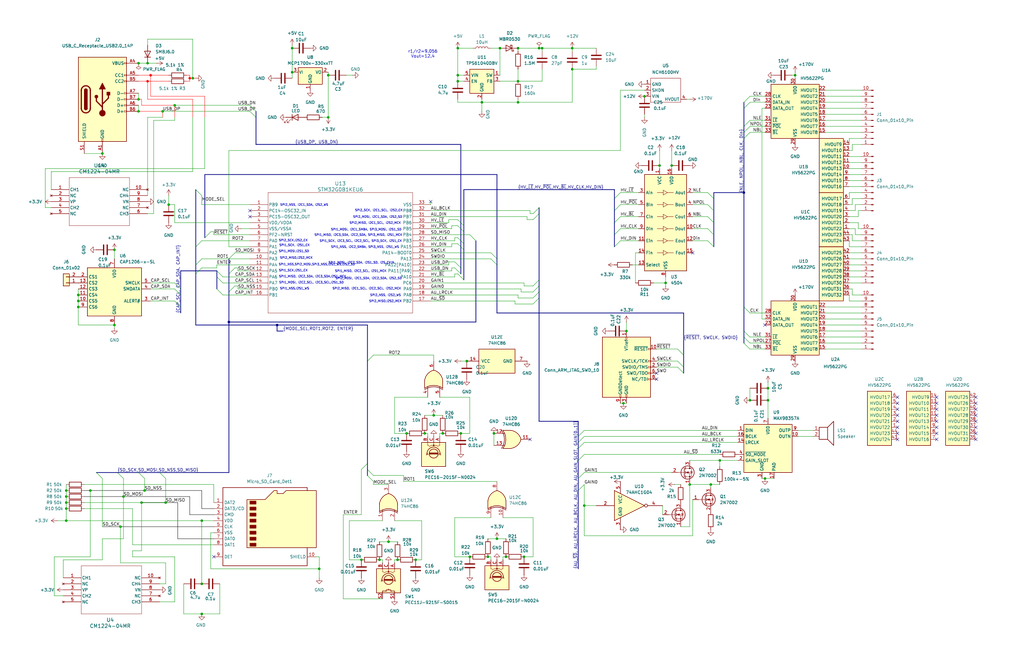
<source format=kicad_sch>
(kicad_sch (version 20250114) (generator "eeschema") (generator_version "9.0")
  (paper "B")
  (title_block (title "Nixie Controller") (rev "0"))
  (lib_symbols
    (symbol "2025-12-27_04-38-16:NCH6100HV"
      (property "Reference" "U5" (at 0 11.43 0))
      (symbol "NCH6100HV_1_1"
        (pin input line (at -8.89 3.81 0) (length 2.54) (name "GND") (number "1"))
        (pin input line (at -8.89 1.27 0) (length 2.54) (name "SHDN") (number "2"))
        (pin input line (at -8.89 -1.27 0) (length 2.54) (name "VIN") (number "3"))
        (pin power_out line (at 8.89 -2.54 180) (length 2.54) (name "HVOUT") (number "4"))
      )
    )
    (symbol "2025-12-28_07-09-44:CM1224-04MR" (pin_names (offset 0.254))
      (property "Reference" "U" (at 20.32 10.16 0))
      (property "Value" "CM1224-04MR" (at 20.32 7.62 0))
      (symbol "CM1224-04MR_0_1"
        (pin bidirectional line (at 0 0 0) (length 7.62) (name "CH1") (number "1"))
        (pin no_connect line (at 0 -2.54 0) (length 7.62) (name "NC") (number "2"))
        (pin power_in line (at 0 -5.08 0) (length 7.62) (name "VP") (number "3"))
        (pin bidirectional line (at 0 -7.62 0) (length 7.62) (name "CH2") (number "4"))
        (pin no_connect line (at 0 -10.16 0) (length 7.62) (name "NC") (number "5"))
        (pin no_connect line (at 40.64 0 180) (length 7.62) (name "NC") (number "10"))
        (pin bidirectional line (at 40.64 -2.54 180) (length 7.62) (name "CH4") (number "9"))
        (pin power_out line (at 40.64 -5.08 180) (length 7.62) (name "VN") (number "8"))
        (pin no_connect line (at 40.64 -7.62 180) (length 7.62) (name "NC") (number "7"))
        (pin bidirectional line (at 40.64 -10.16 180) (length 7.62) (name "CH3") (number "6"))
      )
    )
    (symbol "4xxx:4504"
      (property "Reference" "U" (at -7.62 21.59 0))
      (property "Value" "4504" (at 6.35 21.59 0))
      (symbol "4504_1_1"
        (pin input line (at -11.43 12.7 0) (length 2.54) (name "Ain") (number "3"))
        (pin input line (at -11.43 7.62 0) (length 2.54) (name "Bin") (number "5"))
        (pin input line (at -11.43 2.54 0) (length 2.54) (name "Cin") (number "7"))
        (pin input line (at -11.43 -2.54 0) (length 2.54) (name "Din") (number "9"))
        (pin input line (at -11.43 -7.62 0) (length 2.54) (name "Ein") (number "11"))
        (pin input line (at -11.43 -12.7 0) (length 2.54) (name "Fin") (number "14"))
        (pin input line (at -11.43 -17.78 0) (length 2.54) (name "Select") (number "13"))
        (pin power_in line (at -2.54 22.86 270) (length 2.54) (name "VCC") (number "1"))
        (pin power_in line (at 0 -22.86 90) (length 2.54) (name "VSS") (number "8"))
        (pin power_in line (at 2.54 22.86 270) (length 2.54) (name "VDD") (number "16"))
        (pin output line (at 11.43 12.7 180) (length 2.54) (name "Aout") (number "2"))
        (pin output line (at 11.43 7.62 180) (length 2.54) (name "Bout") (number "4"))
        (pin output line (at 11.43 2.54 180) (length 2.54) (name "Cout") (number "6"))
        (pin output line (at 11.43 -2.54 180) (length 2.54) (name "Dout") (number "10"))
        (pin output line (at 11.43 -7.62 180) (length 2.54) (name "Eout") (number "12"))
        (pin output line (at 11.43 -12.7 180) (length 2.54) (name "Fout") (number "15"))
      )
    )
    (symbol "74xGxx:74AHC1G04"
      (property "Reference" "U" (at -2.54 3.81 0))
      (property "Value" "74AHC1G04" (at 0 -3.81 0))
      (symbol "74AHC1G04_1_1"
        (pin input line (at -15.24 0 0) (length 7.62) (name "~") (number "2"))
        (pin no_connect line (at -7.62 2.54 0) (length 2.54) (hide yes) (name "NC") (number "1"))
        (pin power_in line (at -5.08 10.16 270) (length 5.08) (name "VCC") (number "5"))
        (pin power_in line (at -5.08 -10.16 90) (length 5.08) (name "GND") (number "3"))
        (pin output inverted (at 12.7 0 180) (length 7.62) (name "~") (number "4"))
      )
    )
    (symbol "74xx:74HC86" (pin_names (offset 1.016))
      (property "Reference" "U" (at 0 1.27 0))
      (property "Value" "74HC86" (at 0 -1.27 0))
      (symbol "74HC86_1_0"
        (pin input line (at -7.62 2.54 0) (length 4.445) (name "~") (number "1"))
        (pin input line (at -7.62 -2.54 0) (length 4.445) (name "~") (number "2"))
        (pin output line (at 7.62 0 180) (length 3.81) (name "~") (number "3"))
      )
      (symbol "74HC86_2_0"
        (pin input line (at -7.62 2.54 0) (length 4.445) (name "~") (number "4"))
        (pin input line (at -7.62 -2.54 0) (length 4.445) (name "~") (number "5"))
        (pin output line (at 7.62 0 180) (length 3.81) (name "~") (number "6"))
      )
      (symbol "74HC86_3_0"
        (pin input line (at -7.62 2.54 0) (length 4.445) (name "~") (number "9"))
        (pin input line (at -7.62 -2.54 0) (length 4.445) (name "~") (number "10"))
        (pin output line (at 7.62 0 180) (length 3.81) (name "~") (number "8"))
      )
      (symbol "74HC86_4_0"
        (pin input line (at -7.62 2.54 0) (length 4.445) (name "~") (number "12"))
        (pin input line (at -7.62 -2.54 0) (length 4.445) (name "~") (number "13"))
        (pin output line (at 7.62 0 180) (length 3.81) (name "~") (number "11"))
      )
      (symbol "74HC86_5_0"
        (pin power_in line (at 0 12.7 270) (length 5.08) (name "VCC") (number "14"))
        (pin power_in line (at 0 -12.7 90) (length 5.08) (name "GND") (number "7"))
      )
    )
    (symbol "Audio:MAX98357A"
      (property "Reference" "U9" (at 2.1433 15.24 0))
      (property "Value" "MAX98357A" (at 2.1433 12.7 0))
      (symbol "MAX98357A_1_1"
        (pin input line (at -12.7 7.62 0) (length 2.54) (name "DIN") (number "1"))
        (pin input line (at -12.7 5.08 0) (length 2.54) (name "BCLK") (number "16"))
        (pin input line (at -12.7 2.54 0) (length 2.54) (name "LRCLK") (number "14"))
        (pin input line (at -12.7 -2.54 0) (length 2.54) (name "~{SD_MODE}") (number "4"))
        (pin passive line (at -12.7 -5.08 0) (length 2.54) (name "GAIN_SLOT") (number "2"))
        (pin passive line (at -2.54 -12.7 90) (length 2.54) (hide yes) (name "GND") (number "11"))
        (pin passive line (at -2.54 -12.7 90) (length 2.54) (hide yes) (name "GND") (number "15"))
        (pin power_in line (at -2.54 -12.7 90) (length 2.54) (name "GND") (number "3"))
        (pin power_in line (at 0 12.7 270) (length 2.54) (name "VDD") (number "7"))
        (pin passive line (at 0 12.7 270) (length 2.54) (hide yes) (name "VDD") (number "8"))
        (pin power_in line (at 2.54 -12.7 90) (length 2.54) (name "PAD") (number "17"))
        (pin no_connect line (at 10.16 2.54 180) (length 2.54) (hide yes) (name "NC") (number "5"))
        (pin no_connect line (at 10.16 0 180) (length 2.54) (hide yes) (name "NC") (number "6"))
        (pin no_connect line (at 10.16 -5.08 180) (length 2.54) (hide yes) (name "NC") (number "12"))
        (pin no_connect line (at 10.16 -7.62 180) (length 2.54) (hide yes) (name "NC") (number "13"))
        (pin output line (at 12.7 7.62 180) (length 2.54) (name "OUTP") (number "9"))
        (pin output line (at 12.7 5.08 180) (length 2.54) (name "OUTN") (number "10"))
      )
    )
    (symbol "Connector:Conn_01x10_Pin" (pin_names (offset 1.016) (hide yes))
      (property "Reference" "J" (at 0 12.7 0))
      (property "Value" "Conn_01x10_Pin" (at 0 -15.24 0))
      (symbol "Conn_01x10_Pin_1_1"
        (pin passive line (at 5.08 10.16 180) (length 3.81) (name "Pin_1") (number "1"))
        (pin passive line (at 5.08 7.62 180) (length 3.81) (name "Pin_2") (number "2"))
        (pin passive line (at 5.08 5.08 180) (length 3.81) (name "Pin_3") (number "3"))
        (pin passive line (at 5.08 2.54 180) (length 3.81) (name "Pin_4") (number "4"))
        (pin passive line (at 5.08 0 180) (length 3.81) (name "Pin_5") (number "5"))
        (pin passive line (at 5.08 -2.54 180) (length 3.81) (name "Pin_6") (number "6"))
        (pin passive line (at 5.08 -5.08 180) (length 3.81) (name "Pin_7") (number "7"))
        (pin passive line (at 5.08 -7.62 180) (length 3.81) (name "Pin_8") (number "8"))
        (pin passive line (at 5.08 -10.16 180) (length 3.81) (name "Pin_9") (number "9"))
        (pin passive line (at 5.08 -12.7 180) (length 3.81) (name "Pin_10") (number "10"))
      )
    )
    (symbol "Connector:Conn_ARM_JTAG_SWD_10" (pin_names (offset 1.016))
      (property "Reference" "J" (at -2.54 16.51 0))
      (property "Value" "Conn_ARM_JTAG_SWD_10" (at -2.54 13.97 0))
      (symbol "Conn_ARM_JTAG_SWD_10_1_1"
        (pin no_connect line (at -10.16 0 0) (length 2.54) (hide yes) (name "KEY") (number "7"))
        (pin passive line (at -2.54 -15.24 90) (length 2.54) (name "GNDDetect") (number "9"))
        (pin power_in line (at 0 15.24 270) (length 2.54) (name "VTref") (number "1"))
        (pin power_in line (at 0 -15.24 90) (length 2.54) (name "GND") (number "3"))
        (pin passive line (at 0 -15.24 90) (length 2.54) (hide yes) (name "GND") (number "5"))
        (pin open_collector line (at 12.7 7.62 180) (length 2.54) (name "~{RESET}") (number "10"))
        (pin output line (at 12.7 2.54 180) (length 2.54) (name "SWCLK/TCK") (number "4"))
        (pin bidirectional line (at 12.7 0 180) (length 2.54) (name "SWDIO/TMS") (number "2"))
        (pin input line (at 12.7 -2.54 180) (length 2.54) (name "SWO/TDO") (number "6"))
        (pin output line (at 12.7 -5.08 180) (length 2.54) (name "NC/TDI") (number "8"))
      )
    )
    (symbol "Connector:Micro_SD_Card_Det1"
      (property "Reference" "J" (at -16.51 17.78 0))
      (property "Value" "Micro_SD_Card_Det1" (at 16.51 17.78 0))
      (symbol "Micro_SD_Card_Det1_1_1"
        (pin bidirectional line (at -22.86 10.16 0) (length 3.81) (name "DAT2") (number "1"))
        (pin bidirectional line (at -22.86 7.62 0) (length 3.81) (name "DAT3/CD") (number "2"))
        (pin input line (at -22.86 5.08 0) (length 3.81) (name "CMD") (number "3"))
        (pin power_in line (at -22.86 2.54 0) (length 3.81) (name "VDD") (number "4"))
        (pin input line (at -22.86 0 0) (length 3.81) (name "CLK") (number "5"))
        (pin power_in line (at -22.86 -2.54 0) (length 3.81) (name "VSS") (number "6"))
        (pin bidirectional line (at -22.86 -5.08 0) (length 3.81) (name "DAT0") (number "7"))
        (pin bidirectional line (at -22.86 -7.62 0) (length 3.81) (name "DAT1") (number "8"))
        (pin passive line (at -22.86 -12.7 0) (length 3.81) (name "DET") (number "9"))
        (pin passive line (at 20.32 -12.7 180) (length 3.81) (name "SHIELD") (number "10"))
      )
    )
    (symbol "Connector:USB_C_Receptacle_USB2.0_14P" (pin_names (offset 1.016))
      (property "Reference" "J" (at 0 22.225 0))
      (property "Value" "USB_C_Receptacle_USB2.0_14P" (at 0 19.685 0))
      (symbol "USB_C_Receptacle_USB2.0_14P_1_1"
        (pin passive line (at -7.62 -22.86 90) (length 5.08) (name "SHIELD") (number "S1"))
        (pin passive line (at 0 -22.86 90) (length 5.08) (name "GND") (number "A1"))
        (pin passive line (at 0 -22.86 90) (length 5.08) (hide yes) (name "GND") (number "A12"))
        (pin passive line (at 0 -22.86 90) (length 5.08) (hide yes) (name "GND") (number "B1"))
        (pin passive line (at 0 -22.86 90) (length 5.08) (hide yes) (name "GND") (number "B12"))
        (pin passive line (at 15.24 15.24 180) (length 5.08) (name "VBUS") (number "A4"))
        (pin passive line (at 15.24 15.24 180) (length 5.08) (hide yes) (name "VBUS") (number "A9"))
        (pin passive line (at 15.24 15.24 180) (length 5.08) (hide yes) (name "VBUS") (number "B4"))
        (pin passive line (at 15.24 15.24 180) (length 5.08) (hide yes) (name "VBUS") (number "B9"))
        (pin bidirectional line (at 15.24 10.16 180) (length 5.08) (name "CC1") (number "A5"))
        (pin bidirectional line (at 15.24 7.62 180) (length 5.08) (name "CC2") (number "B5"))
        (pin bidirectional line (at 15.24 2.54 180) (length 5.08) (name "D-") (number "A7"))
        (pin bidirectional line (at 15.24 0 180) (length 5.08) (name "D-") (number "B7"))
        (pin bidirectional line (at 15.24 -2.54 180) (length 5.08) (name "D+") (number "A6"))
        (pin bidirectional line (at 15.24 -5.08 180) (length 5.08) (name "D+") (number "B6"))
      )
    )
    (symbol "Connector_Generic:Conn_01x02" (pin_names (offset 1.016) (hide yes))
      (property "Reference" "J" (at 0 2.54 0))
      (property "Value" "Conn_01x02" (at 0 -5.08 0))
      (symbol "Conn_01x02_1_1"
        (pin passive line (at -5.08 0 0) (length 3.81) (name "Pin_1") (number "1"))
        (pin passive line (at -5.08 -2.54 0) (length 3.81) (name "Pin_2") (number "2"))
      )
    )
    (symbol "Device:C" (pin_numbers (hide yes)) (pin_names (offset 0.254))
      (property "Reference" "C" (at 0.635 2.54 0))
      (property "Value" "C" (at 0.635 -2.54 0))
      (symbol "C_1_1"
        (pin passive line (at 0 3.81 270) (length 2.794) (name "~") (number "1"))
        (pin passive line (at 0 -3.81 90) (length 2.794) (name "~") (number "2"))
      )
    )
    (symbol "Device:D" (pin_numbers (hide yes)) (pin_names (offset 1.016) (hide yes))
      (property "Reference" "D" (at 0 2.54 0))
      (property "Value" "D" (at 0 -2.54 0))
      (symbol "D_1_1"
        (pin passive line (at -3.81 0 0) (length 2.54) (name "K") (number "1"))
        (pin passive line (at 3.81 0 180) (length 2.54) (name "A") (number "2"))
      )
    )
    (symbol "Device:L" (pin_numbers (hide yes)) (pin_names (offset 1.016) (hide yes))
      (property "Reference" "L" (at -1.27 0 90))
      (property "Value" "L" (at 1.905 0 90))
      (symbol "L_1_1"
        (pin passive line (at 0 3.81 270) (length 1.27) (name "1") (number "1"))
        (pin passive line (at 0 -3.81 90) (length 1.27) (name "2") (number "2"))
      )
    )
    (symbol "Device:LED" (pin_numbers (hide yes)) (pin_names (offset 1.016) (hide yes))
      (property "Reference" "D" (at 0 2.54 0))
      (property "Value" "LED" (at 0 -2.54 0))
      (symbol "LED_1_1"
        (pin passive line (at -3.81 0 0) (length 2.54) (name "K") (number "1"))
        (pin passive line (at 3.81 0 180) (length 2.54) (name "A") (number "2"))
      )
    )
    (symbol "Device:R" (pin_numbers (hide yes)) (pin_names (offset 0))
      (property "Reference" "R" (at 2.032 0 90))
      (property "Value" "R" (at 0 0 90))
      (symbol "R_1_1"
        (pin passive line (at 0 3.81 270) (length 1.27) (name "~") (number "1"))
        (pin passive line (at 0 -3.81 90) (length 1.27) (name "~") (number "2"))
      )
    )
    (symbol "Device:RotaryEncoder" (pin_names (offset 0.254) (hide yes))
      (property "Reference" "SW" (at 0 6.604 0))
      (property "Value" "RotaryEncoder" (at 0 -6.604 0))
      (symbol "RotaryEncoder_1_1"
        (pin passive line (at -7.62 2.54 0) (length 2.54) (name "A") (number "A"))
        (pin passive line (at -7.62 0 0) (length 2.54) (name "C") (number "C"))
        (pin passive line (at -7.62 -2.54 0) (length 2.54) (name "B") (number "B"))
      )
    )
    (symbol "Device:RotaryEncoder_Switch" (pin_names (offset 0.254) (hide yes))
      (property "Reference" "SW" (at 0 6.604 0))
      (property "Value" "RotaryEncoder_Switch" (at 0 -6.604 0))
      (symbol "RotaryEncoder_Switch_1_1"
        (pin passive line (at -7.62 2.54 0) (length 2.54) (name "A") (number "A"))
        (pin passive line (at -7.62 0 0) (length 2.54) (name "C") (number "C"))
        (pin passive line (at -7.62 -2.54 0) (length 2.54) (name "B") (number "B"))
        (pin passive line (at 7.62 2.54 180) (length 2.54) (name "S1") (number "S1"))
        (pin passive line (at 7.62 -2.54 180) (length 2.54) (name "S2") (number "S2"))
      )
    )
    (symbol "Device:Speaker" (pin_names (offset 0) (hide yes))
      (property "Reference" "LS" (at 1.27 5.715 0))
      (property "Value" "Speaker" (at 1.27 3.81 0))
      (symbol "Speaker_1_1"
        (pin input line (at -5.08 0 0) (length 2.54) (name "1") (number "1"))
        (pin input line (at -5.08 -2.54 0) (length 2.54) (name "2") (number "2"))
      )
    )
    (symbol "Diode:MBR0530" (pin_numbers (hide yes)) (pin_names (offset 1.016) (hide yes))
      (property "Reference" "D" (at 0 2.54 0))
      (property "Value" "MBR0530" (at 0 -2.54 0))
      (symbol "MBR0530_1_1"
        (pin passive line (at -3.81 0 0) (length 2.54) (name "K") (number "1"))
        (pin passive line (at 3.81 0 180) (length 2.54) (name "A") (number "2"))
      )
    )
    (symbol "Driver_Display:HV5622PG"
      (property "Reference" "U" (at 1.524 14.732 0))
      (property "Value" "HV5622PG" (at 1.524 12.446 0))
      (symbol "HV5622PG_1_1"
        (pin input line (at -12.7 5.08 0) (length 2.54) (name "CLK") (number "28"))
        (pin input line (at -12.7 2.54 0) (length 2.54) (name "DATA_IN") (number "32"))
        (pin output line (at -12.7 0 0) (length 2.54) (name "DATA_OUT") (number "23"))
        (pin input line (at -12.7 -5.08 0) (length 2.54) (name "~{LE}") (number "31"))
        (pin input line (at -12.7 -7.62 0) (length 2.54) (name "~{POL}") (number "27"))
        (pin input line (at -12.7 -10.16 0) (length 2.54) (name "~{BL}") (number "33"))
        (pin no_connect line (at -10.16 7.62 0) (length 2.54) (hide yes) (name "NC") (number "34"))
        (pin no_connect line (at -10.16 -2.54 0) (length 2.54) (hide yes) (name "NC") (number "26"))
        (pin no_connect line (at -5.08 -12.7 90) (length 2.54) (hide yes) (name "NC") (number "25"))
        (pin no_connect line (at -2.54 -12.7 90) (length 2.54) (hide yes) (name "NC") (number "24"))
        (pin power_in line (at 0 12.7 270) (length 2.54) (name "VDD") (number "30"))
        (pin power_in line (at 0 -15.24 90) (length 2.54) (name "VSS") (number "29"))
        (pin open_collector line (at 12.7 7.62 180) (length 2.54) (name "HVOUT1") (number "22"))
        (pin open_collector line (at 12.7 5.08 180) (length 2.54) (name "HVOUT2") (number "21"))
        (pin open_collector line (at 12.7 2.54 180) (length 2.54) (name "HVOUT3") (number "20"))
        (pin open_collector line (at 12.7 0 180) (length 2.54) (name "HVOUT4") (number "19"))
        (pin open_collector line (at 12.7 -2.54 180) (length 2.54) (name "HVOUT5") (number "18"))
        (pin open_collector line (at 12.7 -5.08 180) (length 2.54) (name "HVOUT6") (number "17"))
        (pin open_collector line (at 12.7 -7.62 180) (length 2.54) (name "HVOUT7") (number "16"))
        (pin open_collector line (at 12.7 -10.16 180) (length 2.54) (name "HVOUT8") (number "15"))
      )
      (symbol "HV5622PG_2_1"
        (pin open_collector line (at 7.62 7.62 180) (length 2.54) (name "HVOUT9") (number "14"))
        (pin open_collector line (at 7.62 5.08 180) (length 2.54) (name "HVOUT10") (number "13"))
        (pin open_collector line (at 7.62 2.54 180) (length 2.54) (name "HVOUT11") (number "12"))
        (pin open_collector line (at 7.62 0 180) (length 2.54) (name "HVOUT12") (number "11"))
        (pin open_collector line (at 7.62 -2.54 180) (length 2.54) (name "HVOUT13") (number "10"))
        (pin open_collector line (at 7.62 -5.08 180) (length 2.54) (name "HVOUT14") (number "9"))
        (pin open_collector line (at 7.62 -7.62 180) (length 2.54) (name "HVOUT15") (number "8"))
        (pin open_collector line (at 7.62 -10.16 180) (length 2.54) (name "HVOUT16") (number "7"))
      )
      (symbol "HV5622PG_3_1"
        (pin open_collector line (at 7.62 7.62 180) (length 2.54) (name "HVOUT17") (number "6"))
        (pin open_collector line (at 7.62 5.08 180) (length 2.54) (name "HVOUT18") (number "5"))
        (pin open_collector line (at 7.62 2.54 180) (length 2.54) (name "HVOUT19") (number "4"))
        (pin open_collector line (at 7.62 0 180) (length 2.54) (name "HVOUT20") (number "3"))
        (pin open_collector line (at 7.62 -2.54 180) (length 2.54) (name "HVOUT21") (number "2"))
        (pin open_collector line (at 7.62 -5.08 180) (length 2.54) (name "HVOUT22") (number "1"))
        (pin open_collector line (at 7.62 -7.62 180) (length 2.54) (name "HVOUT23") (number "44"))
        (pin open_collector line (at 7.62 -10.16 180) (length 2.54) (name "HVOUT24") (number "43"))
      )
      (symbol "HV5622PG_4_1"
        (pin open_collector line (at 7.62 7.62 180) (length 2.54) (name "HVOUT25") (number "42"))
        (pin open_collector line (at 7.62 5.08 180) (length 2.54) (name "HVOUT26") (number "41"))
        (pin open_collector line (at 7.62 2.54 180) (length 2.54) (name "HVOUT27") (number "40"))
        (pin open_collector line (at 7.62 0 180) (length 2.54) (name "HVOUT28") (number "39"))
        (pin open_collector line (at 7.62 -2.54 180) (length 2.54) (name "HVOUT29") (number "38"))
        (pin open_collector line (at 7.62 -5.08 180) (length 2.54) (name "HVOUT30") (number "37"))
        (pin open_collector line (at 7.62 -7.62 180) (length 2.54) (name "HVOUT31") (number "36"))
        (pin open_collector line (at 7.62 -10.16 180) (length 2.54) (name "HVOUT32") (number "35"))
      )
    )
    (symbol "Regulator_Linear:MCP1700x-330xxTT" (pin_names (offset 0.254))
      (property "Reference" "U" (at -3.81 3.175 0))
      (property "Value" "MCP1700x-330xxTT" (at 0 3.175 0))
      (symbol "MCP1700x-330xxTT_1_1"
        (pin power_in line (at -7.62 0 0) (length 2.54) (name "VI") (number "3"))
        (pin power_in line (at 0 -7.62 90) (length 2.54) (name "GND") (number "1"))
        (pin power_out line (at 7.62 0 180) (length 2.54) (name "VO") (number "2"))
      )
    )
    (symbol "Regulator_Switching:TPS61040DBV"
      (property "Reference" "U" (at -5.08 6.35 0))
      (property "Value" "TPS61040DBV" (at 0 6.35 0))
      (symbol "TPS61040DBV_1_1"
        (pin power_in line (at -7.62 2.54 0) (length 2.54) (name "VIN") (number "5"))
        (pin input line (at -7.62 0 0) (length 2.54) (name "EN") (number "4"))
        (pin power_in line (at 0 -7.62 90) (length 2.54) (name "GND") (number "2"))
        (pin power_out line (at 7.62 2.54 180) (length 2.54) (name "SW") (number "1"))
        (pin input line (at 7.62 0 180) (length 2.54) (name "FB") (number "3"))
      )
    )
    (symbol "STM32G0B1KEU6:STM32G0B1KEU6" (pin_names (offset 0.254))
      (property "Reference" "U" (at 38.1 10.16 0))
      (property "Value" "STM32G0B1KEU6" (at 38.1 7.62 0))
      (symbol "STM32G0B1KEU6_0_1"
        (pin bidirectional line (at 0 0 0) (length 7.62) (name "PB9") (number "1"))
        (pin bidirectional line (at 0 -2.54 0) (length 7.62) (name "PC14-OSC32_IN") (number "2"))
        (pin bidirectional line (at 0 -5.08 0) (length 7.62) (name "PC15-OSC32_OUT") (number "3"))
        (pin power_in line (at 0 -7.62 0) (length 7.62) (name "VDD/VDDA") (number "4"))
        (pin power_out line (at 0 -10.16 0) (length 7.62) (name "VSS/VSSA") (number "5"))
        (pin bidirectional line (at 0 -12.7 0) (length 7.62) (name "PF2-NRST") (number "6"))
        (pin bidirectional line (at 0 -15.24 0) (length 7.62) (name "PA0") (number "7"))
        (pin bidirectional line (at 0 -17.78 0) (length 7.62) (name "PA1") (number "8"))
        (pin bidirectional line (at 0 -20.32 0) (length 7.62) (name "PA2") (number "9"))
        (pin bidirectional line (at 0 -22.86 0) (length 7.62) (name "PA3") (number "10"))
        (pin bidirectional line (at 0 -25.4 0) (length 7.62) (name "PA4") (number "11"))
        (pin bidirectional line (at 0 -27.94 0) (length 7.62) (name "PA5") (number "12"))
        (pin bidirectional line (at 0 -30.48 0) (length 7.62) (name "PA6") (number "13"))
        (pin bidirectional line (at 0 -33.02 0) (length 7.62) (name "PA7") (number "14"))
        (pin bidirectional line (at 0 -35.56 0) (length 7.62) (name "PB0") (number "15"))
        (pin bidirectional line (at 0 -38.1 0) (length 7.62) (name "PB1") (number "16"))
        (pin power_out line (at 76.2 0 180) (length 7.62) (name "VSS") (number "33"))
        (pin bidirectional line (at 76.2 -2.54 180) (length 7.62) (name "PB8") (number "32"))
        (pin bidirectional line (at 76.2 -5.08 180) (length 7.62) (name "PB7") (number "31"))
        (pin bidirectional line (at 76.2 -7.62 180) (length 7.62) (name "PB6") (number "30"))
        (pin bidirectional line (at 76.2 -10.16 180) (length 7.62) (name "PB5") (number "29"))
        (pin bidirectional line (at 76.2 -12.7 180) (length 7.62) (name "PB4") (number "28"))
        (pin bidirectional line (at 76.2 -15.24 180) (length 7.62) (name "PB3") (number "27"))
        (pin bidirectional line (at 76.2 -17.78 180) (length 7.62) (name "PA15") (number "26"))
        (pin bidirectional line (at 76.2 -20.32 180) (length 7.62) (name "PA14-BOOT0") (number "25"))
        (pin bidirectional line (at 76.2 -22.86 180) (length 7.62) (name "PA13") (number "24"))
        (pin bidirectional line (at 76.2 -25.4 180) (length 7.62) (name "PA12[PA10]") (number "23"))
        (pin bidirectional line (at 76.2 -27.94 180) (length 7.62) (name "PA11[PA9]") (number "22"))
        (pin bidirectional line (at 76.2 -30.48 180) (length 7.62) (name "PA10") (number "21"))
        (pin bidirectional line (at 76.2 -33.02 180) (length 7.62) (name "PC6") (number "20"))
        (pin bidirectional line (at 76.2 -35.56 180) (length 7.62) (name "PA9") (number "19"))
        (pin bidirectional line (at 76.2 -38.1 180) (length 7.62) (name "PA8") (number "18"))
        (pin bidirectional line (at 76.2 -40.64 180) (length 7.62) (name "PB2") (number "17"))
      )
    )
    (symbol "Sensor_Touch:CAP1206-x-SL"
      (property "Reference" "U" (at -10.16 12.7 0))
      (property "Value" "CAP1206-x-SL" (at 8.89 12.7 0))
      (symbol "CAP1206-x-SL_1_1"
        (pin passive line (at -15.24 7.62 0) (length 3.81) (name "CS1") (number "2"))
        (pin passive line (at -15.24 5.08 0) (length 3.81) (name "CS2") (number "13"))
        (pin passive line (at -15.24 2.54 0) (length 3.81) (name "CS3") (number "12"))
        (pin passive line (at -15.24 0 0) (length 3.81) (name "CS4") (number "11"))
        (pin passive line (at -15.24 -2.54 0) (length 3.81) (name "CS5") (number "10"))
        (pin passive line (at -15.24 -5.08 0) (length 3.81) (name "CS6") (number "9"))
        (pin power_in line (at 0 15.24 270) (length 3.81) (name "VDD") (number "7"))
        (pin power_in line (at 0 -12.7 90) (length 3.81) (name "GND") (number "8"))
        (pin input line (at 15.24 5.08 180) (length 3.81) (name "SMCLK") (number "5"))
        (pin bidirectional line (at 15.24 2.54 180) (length 3.81) (name "SMDATA") (number "4"))
        (pin open_collector line (at 15.24 -2.54 180) (length 3.81) (name "ALERT#") (number "3"))
      )
    )
    (symbol "Transistor_FET:2N7000" (pin_names (hide yes))
      (property "Reference" "Q" (at 5.08 1.905 0))
      (property "Value" "2N7000" (at 5.08 0 0))
      (symbol "2N7000_1_1"
        (pin input line (at -5.08 0 0) (length 2.54) (name "G") (number "2"))
        (pin passive line (at 2.54 5.08 270) (length 2.54) (name "D") (number "3"))
        (pin passive line (at 2.54 -5.08 90) (length 2.54) (name "S") (number "1"))
      )
    )
    (symbol "Transistor_FET:2N7002" (pin_names (offset 0) (hide yes))
      (property "Reference" "Q" (at 5.08 1.905 0))
      (property "Value" "2N7002" (at 5.08 0 0))
      (symbol "2N7002_1_1"
        (pin input line (at -5.08 0 0) (length 2.54) (name "G") (number "1"))
        (pin passive line (at 2.54 5.08 270) (length 2.54) (name "D") (number "3"))
        (pin passive line (at 2.54 -5.08 90) (length 2.54) (name "S") (number "2"))
      )
    )
    (symbol "power:+12V" (power) (pin_numbers (hide yes)) (pin_names (offset 0) (hide yes))
      (property "Value" "+12V" (at 0 3.556 0))
      (symbol "+12V_1_1"
        (pin power_in line (at 0 0 90) (length 0) (name "~") (number "1"))
      )
    )
    (symbol "power:+3.3V" (power) (pin_numbers (hide yes)) (pin_names (offset 0) (hide yes))
      (property "Value" "+3.3V" (at 0 3.556 0))
      (symbol "+3.3V_1_1"
        (pin power_in line (at 0 0 90) (length 0) (name "~") (number "1"))
      )
    )
    (symbol "power:+48V" (power) (pin_numbers (hide yes)) (pin_names (offset 0) (hide yes))
      (property "Value" "+48V" (at 0 3.556 0))
      (symbol "+48V_1_1"
        (pin power_in line (at 0 0 90) (length 0) (name "~") (number "1"))
      )
    )
    (symbol "power:+5V" (power) (pin_numbers (hide yes)) (pin_names (offset 0) (hide yes))
      (property "Value" "+5V" (at 0 3.556 0))
      (symbol "+5V_1_1"
        (pin power_in line (at 0 0 90) (length 0) (name "~") (number "1"))
      )
    )
    (symbol "power:GND" (power) (pin_numbers (hide yes)) (pin_names (offset 0) (hide yes))
      (property "Value" "GND" (at 0 -3.81 0))
      (symbol "GND_1_1"
        (pin power_in line (at 0 0 270) (length 0) (name "~") (number "1"))
      )
    )
    (symbol "power:PWR_FLAG" (power) (pin_numbers (hide yes)) (pin_names (offset 0) (hide yes))
      (property "Value" "PWR_FLAG" (at 0 3.81 0))
      (symbol "PWR_FLAG_0_0"
        (pin power_out line (at 0 0 90) (length 0) (name "~") (number "1"))
      )
    )
  )
  (text "SPI2_MOSI, I2C1_SDA, I2C2_SDA, I2S2_SD" (at 155.448 117.602 0) (effects (font (size 0.889 0.889))))
  (text "SPI1_MISO, I2C3_SDA, I2C2_SDA, SPI3_MISO, I2S1_MCK" (at 151.13 99.314 0) (effects (font (size 0.889 0.889))))
  (text "SPI1_MISO, I2C2_SCL, I2S1_MCK" (at 152.146 114.554 0) (effects (font (size 0.889 0.889))))
  (text "SPI1_MOSI, I2C1_SMBA, SPI3_MOSI, I2S1_SD" (at 154.432 97.028 0) (effects (font (size 0.889 0.889))))
  (text "SPI1_NSS, I2C2_SMBA, SPI3_NSS, I2S1_WS\n" (at 153.924 104.394 0) (effects (font (size 0.889 0.889))))
  (text "SPI1_NSS,I2S1_WS" (at 124.206 121.92 0) (effects (font (size 0.889 0.889))))
  (text "SPI1_MOSI, I2C2_SDA, I2S1_SD, I2S_CKIN" (at 152.4 110.998 0) (effects (font (size 0.889 0.889))))
  (text "SPI2_NSS, I2S2_WS" (at 162.56 124.714 0) (effects (font (size 0.889 0.889))))
  (text "SPI1_SCK, I2S1_CK" (at 124.206 103.632 0) (effects (font (size 0.889 0.889))))
  (text "SPI1_MISO, I2C2_SDA, I2C3_SDA,I2S1_MCK" (at 131.826 116.84 0) (effects (font (size 0.889 0.889))))
  (text "SPI2_MISO,I2S2_MCK" (at 124.968 108.966 0) (effects (font (size 0.889 0.889))))
  (text "r1/r2=9.056\nVout=12.4" (at 178.308 22.86 0) (effects (font (size 1.27 1.27))))
  (text "SPI2_NSS, I2C1_SDA, I2S2_WS\n" (at 128.27 86.614 0) (effects (font (size 0.889 0.889))))
  (text "SPI1_SCK,I2S1_CK" (at 123.698 114.3 0) (effects (font (size 0.889 0.889))))
  (text "SPI2_SCK,I2S2_CK" (at 123.698 101.6 0) (effects (font (size 0.889 0.889))))
  (text "SPI1_MOSI, I2C2_SCL, I2C3_SCL,I2S1_SD" (at 131.318 119.38 0) (effects (font (size 0.889 0.889))))
  (text "SPI2_MISO,I2S2_MCK" (at 162.56 127.254 0) (effects (font (size 0.889 0.889))))
  (text "SPI1_NSS,SPI2_MOSI,SPI3_NSS,I2S1_WS,I2S2_SD" (at 133.604 111.76 0) (effects (font (size 0.889 0.889))))
  (text "SPI2_MOSI, I2C1_SDA, I2S2_SD" (at 159.258 91.694 0) (effects (font (size 0.889 0.889))))
  (text "SPI1_MOSI,I2S1_SD" (at 123.952 106.172 0) (effects (font (size 0.889 0.889))))
  (text "SPI2_MISO, I2C1_SCL, I2S2_MCK" (at 158.242 94.234 0) (effects (font (size 0.889 0.889))))
  (text "SPI2_MISO, I2C1_SCL, I2C2_SCL, I2S2_MCK" (at 154.686 121.92 0) (effects (font (size 0.889 0.889))))
  (text "SPI2_SCK, I2C1_SCL, I2S2_CK" (at 159.766 88.9 0) (effects (font (size 0.889 0.889))))
  (text "SPI1_SCK, I2C3_SCL, I2C2_SCL, SPI3_SCK, I2S1_CK" (at 152.146 101.854 0) (effects (font (size 0.889 0.889))))
  (junction (at 63.5 31.75) (color 255 0 0 1))
  (junction (at 73.66 44.45))
  (junction (at 62.23 34.29) (color 255 0 0 1))
  (junction (at 85.09 219.71))
  (junction (at 85.09 246.38))
  (junction (at 123.19 20.32))
  (junction (at 194.31 182.88))
  (junction (at 138.43 49.53))
  (junction (at 218.44 20.32))
  (junction (at 213.36 234.95))
  (junction (at 290.83 204.47))
  (junction (at 33.02 129.54))
  (junction (at 68.58 46.99))
  (junction (at 335.28 31.75))
  (junction (at 205.74 234.95))
  (junction (at 322.58 201.93))
  (junction (at 193.04 34.29))
  (junction (at 116.84 137.16))
  (junction (at 283.21 69.85))
  (junction (at 58.42 26.67))
  (junction (at 264.16 139.7))
  (junction (at 138.43 31.75))
  (junction (at 303.53 194.31))
  (junction (at 203.2 43.18))
  (junction (at 193.04 31.75))
  (junction (at 58.42 46.99))
  (junction (at 60.96 207.01))
  (junction (at 323.85 163.83))
  (junction (at 50.8 222.25))
  (junction (at 163.83 228.6))
  (junction (at 38.1 207.01))
  (junction (at 227.33 20.32))
  (junction (at 262.89 170.18))
  (junction (at 167.64 236.22))
  (junction (at 278.13 69.85))
  (junction (at 71.12 86.36))
  (junction (at 80.01 33.02) (color 255 0 0 1))
  (junction (at 33.02 127))
  (junction (at 48.26 105.41))
  (junction (at 198.12 234.95))
  (junction (at 27.94 219.71))
  (junction (at 52.07 209.55))
  (junction (at 171.45 182.88))
  (junction (at 316.23 168.91))
  (junction (at 209.55 227.33))
  (junction (at 27.94 214.63))
  (junction (at 123.19 30.48))
  (junction (at 218.44 34.29))
  (junction (at 271.78 40.64))
  (junction (at 193.04 20.32))
  (junction (at 81.28 33.02))
  (junction (at 59.69 212.09))
  (junction (at 220.98 234.95))
  (junction (at 27.94 207.01))
  (junction (at 160.02 236.22))
  (junction (at 152.4 236.22))
  (junction (at 196.85 152.4))
  (junction (at 241.3 20.32))
  (junction (at 280.67 119.38))
  (junction (at 96.52 135.89))
  (junction (at 134.62 240.03))
  (junction (at 246.38 213.36))
  (junction (at 210.82 20.32))
  (junction (at 241.3 29.21))
  (junction (at 85.09 259.08))
  (junction (at 48.26 137.16))
  (junction (at 182.88 175.26))
  (junction (at 299.72 204.47))
  (junction (at 323.85 168.91))
  (junction (at 43.18 64.77))
  (junction (at 175.26 236.22))
  (junction (at 208.28 182.88))
  (junction (at 69.85 212.09))
  (junction (at 313.69 81.28))
  (junction (at 58.42 41.91))
  (junction (at 33.02 124.46))
  (junction (at 27.94 209.55))
  (junction (at 228.6 20.32))
  (junction (at 186.69 182.88))
  (junction (at 218.44 43.18))
  (junction (at 179.07 182.88))
  (junction (at 62.23 26.67))
  (junction (at 27.94 212.09))
  (no_connect (at 411.48 172.72))
  (no_connect (at 378.46 175.26))
  (no_connect (at 276.86 160.02))
  (no_connect (at 292.1 106.68))
  (no_connect (at 378.46 182.88))
  (no_connect (at 411.48 170.18))
  (no_connect (at 411.48 175.26))
  (no_connect (at 394.97 177.8))
  (no_connect (at 394.97 170.18))
  (no_connect (at 223.52 185.42))
  (no_connect (at 394.97 180.34))
  (no_connect (at 394.97 185.42))
  (no_connect (at 411.48 167.64))
  (no_connect (at 322.58 137.16))
  (no_connect (at 378.46 170.18))
  (no_connect (at 411.48 182.88))
  (no_connect (at 378.46 185.42))
  (no_connect (at 90.17 234.95))
  (no_connect (at 105.41 91.44))
  (no_connect (at 105.41 88.9))
  (no_connect (at 394.97 175.26))
  (no_connect (at 276.86 157.48))
  (no_connect (at 181.61 85.09))
  (no_connect (at 411.48 185.42))
  (no_connect (at 411.48 180.34))
  (no_connect (at 378.46 180.34))
  (no_connect (at 378.46 172.72))
  (no_connect (at 378.46 167.64))
  (no_connect (at 378.46 177.8))
  (no_connect (at 394.97 172.72))
  (no_connect (at 394.97 167.64))
  (no_connect (at 394.97 182.88))
  (no_connect (at 411.48 177.8))
  (bus_entry (at 313.69 43.18) (size 2.54 -2.54))
  (bus_entry (at 243.84 189.23) (size 2.54 -2.54))
  (bus_entry (at 243.84 207.01) (size 2.54 -2.54))
  (bus_entry (at 194.31 115.57) (size -2.54 -2.54))
  (bus_entry (at 91.44 116.84) (size 2.54 2.54))
  (bus_entry (at 154.94 200.66) (size 2.54 2.54))
  (bus_entry (at 243.84 201.93) (size 2.54 -2.54))
  (bus_entry (at 82.55 80.01) (size 2.54 2.54))
  (bus_entry (at 313.69 129.54) (size 2.54 2.54))
  (bus_entry (at 86.36 100.33) (size 2.54 -2.54))
  (bus_entry (at 209.55 111.76) (size -2.54 -2.54))
  (bus_entry (at 195.58 105.41) (size -2.54 -2.54))
  (bus_entry (at 82.55 111.76) (size 2.54 -2.54))
  (bus_entry (at 195.58 102.87) (size -2.54 -2.54))
  (bus_entry (at 259.08 104.14) (size 2.54 -2.54))
  (bus_entry (at 313.69 45.72) (size 2.54 -2.54))
  (bus_entry (at 96.52 115.57) (size 2.54 -2.54))
  (bus_entry (at 76.2 124.46) (size -2.54 -2.54))
  (bus_entry (at 243.84 186.69) (size 2.54 -2.54))
  (bus_entry (at 76.2 121.92) (size -2.54 -2.54))
  (bus_entry (at 288.29 149.86) (size -2.54 -2.54))
  (bus_entry (at 107.95 49.53) (size -2.54 -2.54))
  (bus_entry (at 67.31 199.39) (size 2.54 2.54))
  (bus_entry (at 300.99 104.14) (size -2.54 -2.54))
  (bus_entry (at 195.58 95.25) (size -2.54 -2.54))
  (bus_entry (at 300.99 93.98) (size -2.54 -2.54))
  (bus_entry (at 82.55 104.14) (size 2.54 -2.54))
  (bus_entry (at 76.2 129.54) (size -2.54 -2.54))
  (bus_entry (at 227.33 118.11) (size -2.54 2.54))
  (bus_entry (at 227.33 123.19) (size -2.54 2.54))
  (bus_entry (at 288.29 154.94) (size -2.54 -2.54))
  (bus_entry (at 313.69 144.78) (size 2.54 2.54))
  (bus_entry (at 243.84 194.31) (size 2.54 -2.54))
  (bus_entry (at 259.08 88.9) (size 2.54 -2.54))
  (bus_entry (at 243.84 184.15) (size 2.54 -2.54))
  (bus_entry (at 195.58 97.79) (size -2.54 -2.54))
  (bus_entry (at 209.55 109.22) (size -2.54 -2.54))
  (bus_entry (at 259.08 99.06) (size 2.54 -2.54))
  (bus_entry (at 313.69 55.88) (size 2.54 -2.54))
  (bus_entry (at 107.95 46.99) (size -2.54 -2.54))
  (bus_entry (at 91.44 114.3) (size 2.54 2.54))
  (bus_entry (at 313.69 139.7) (size 2.54 2.54))
  (bus_entry (at 40.64 199.39) (size 2.54 2.54))
  (bus_entry (at 300.99 88.9) (size -2.54 -2.54))
  (bus_entry (at 300.99 99.06) (size -2.54 -2.54))
  (bus_entry (at 313.69 53.34) (size 2.54 -2.54))
  (bus_entry (at 288.29 157.48) (size -2.54 -2.54))
  (bus_entry (at 259.08 83.82) (size 2.54 -2.54))
  (bus_entry (at 82.55 115.57) (size 2.54 -2.54))
  (bus_entry (at 227.33 87.63) (size -2.54 2.54))
  (bus_entry (at 313.69 58.42) (size 2.54 -2.54))
  (bus_entry (at 49.53 199.39) (size 2.54 2.54))
  (bus_entry (at 313.69 142.24) (size 2.54 2.54))
  (bus_entry (at 91.44 121.92) (size 2.54 2.54))
  (bus_entry (at 194.31 113.03) (size -2.54 -2.54))
  (bus_entry (at 154.94 195.58) (size -2.54 2.54))
  (bus_entry (at 227.33 120.65) (size -2.54 2.54))
  (bus_entry (at 200.66 101.6) (size -2.54 -2.54))
  (bus_entry (at 227.33 125.73) (size -2.54 2.54))
  (bus_entry (at 154.94 198.12) (size 2.54 2.54))
  (bus_entry (at 96.52 123.19) (size 2.54 -2.54))
  (bus_entry (at 154.94 152.4) (size 2.54 -2.54))
  (bus_entry (at 96.52 109.22) (size 2.54 -2.54))
  (bus_entry (at 300.99 83.82) (size -2.54 -2.54))
  (bus_entry (at 195.58 118.11) (size -2.54 -2.54))
  (bus_entry (at 259.08 93.98) (size 2.54 -2.54))
  (bus_entry (at 227.33 90.17) (size -2.54 2.54))
  (bus_entry (at 58.42 199.39) (size 2.54 2.54))
  (wire (pts (xy 292.1 226.06) (xy 292.1 210.82)))
  (wire (pts (xy 358.14 88.9) (xy 360.68 88.9)))
  (wire (pts (xy 358.14 58.42) (xy 363.22 58.42)))
  (wire (pts (xy 71.12 86.36) (xy 73.66 86.36)))
  (wire (pts (xy 82.55 33.02) (xy 81.28 33.02)) (stroke (width 0) (color 255 0 0 1)))
  (wire (pts (xy 342.9 184.15) (xy 336.55 184.15)))
  (wire (pts (xy 181.61 85.09) (xy 181.61 86.36)))
  (wire (pts (xy 73.66 50.8) (xy 73.66 49.53)))
  (wire (pts (xy 100.33 120.65) (xy 99.06 120.65)))
  (wire (pts (xy 146.05 31.75) (xy 148.59 31.75)))
  (wire (pts (xy 316.23 144.78) (xy 322.58 144.78)))
  (wire (pts (xy 358.14 81.28) (xy 363.22 81.28)))
  (wire (pts (xy 73.66 44.45) (xy 73.66 49.53)) (stroke (width 0) (color 255 0 0 1)))
  (wire (pts (xy 152.4 198.12) (xy 152.4 217.17)))
  (wire (pts (xy 90.17 99.06) (xy 105.41 99.06)))
  (wire (pts (xy 359.41 60.96) (xy 363.22 60.96)))
  (wire (pts (xy 58.42 41.91) (xy 59.69 41.91)) (stroke (width 0) (color 255 0 0 1)))
  (wire (pts (xy 59.69 44.45) (xy 73.66 44.45)) (stroke (width 0) (color 255 0 0 1)))
  (wire (pts (xy 261.62 96.52) (xy 269.24 96.52)))
  (wire (pts (xy 85.09 219.71) (xy 85.09 246.38)))
  (wire (pts (xy 189.23 92.71) (xy 189.23 93.98)))
  (wire (pts (xy 63.5 119.38) (xy 73.66 119.38)))
  (bus (pts (xy 227.33 123.19) (xy 227.33 125.73)))
  (wire (pts (xy 62.23 34.29) (xy 62.23 41.91)) (stroke (width 0) (color 255 0 0 1)))
  (wire (pts (xy 38.1 207.01) (xy 60.96 207.01)) (stroke (width 0) (color 0 0 0 1)))
  (wire (pts (xy 62.23 26.67) (xy 58.42 26.67)))
  (bus (pts (xy 195.58 95.25) (xy 195.58 97.79)))
  (wire (pts (xy 292.1 96.52) (xy 298.45 96.52)))
  (wire (pts (xy 210.82 34.29) (xy 218.44 34.29)))
  (wire (pts (xy 62.23 34.29) (xy 58.42 34.29)) (stroke (width 0) (color 255 0 0 1)))
  (bus (pts (xy 243.84 240.03) (xy 243.84 207.01)))
  (wire (pts (xy 283.21 69.85) (xy 283.21 71.12)))
  (wire (pts (xy 218.44 20.32) (xy 218.44 21.59)))
  (wire (pts (xy 334.01 31.75) (xy 335.28 31.75)))
  (wire (pts (xy 43.18 227.33) (xy 52.07 227.33)))
  (wire (pts (xy 58.42 46.99) (xy 68.58 46.99)) (stroke (width 0) (color 255 0 0 1)))
  (wire (pts (xy 105.41 104.14) (xy 96.52 104.14)))
  (wire (pts (xy 246.38 213.36) (xy 246.38 226.06)))
  (wire (pts (xy 160.02 236.22) (xy 161.29 236.22)))
  (wire (pts (xy 323.85 168.91) (xy 323.85 176.53)))
  (wire (pts (xy 85.09 82.55) (xy 85.09 86.36)))
  (bus (pts (xy 195.58 105.41) (xy 195.58 102.87)))
  (wire (pts (xy 63.5 31.75) (xy 63.5 40.64)) (stroke (width 0) (color 255 0 0 1)))
  (wire (pts (xy 217.17 127) (xy 181.61 127)))
  (wire (pts (xy 100.33 121.92) (xy 105.41 121.92)))
  (wire (pts (xy 134.62 240.03) (xy 134.62 243.84)))
  (wire (pts (xy 161.29 237.49) (xy 161.29 236.22)))
  (wire (pts (xy 278.13 69.85) (xy 278.13 71.12)))
  (wire (pts (xy 358.14 71.12) (xy 363.22 71.12)))
  (wire (pts (xy 21.59 87.63) (xy 19.05 87.63)))
  (bus (pts (xy 76.2 114.3) (xy 91.44 114.3)))
  (wire (pts (xy 212.09 218.44) (xy 224.79 218.44)))
  (wire (pts (xy 185.42 167.64) (xy 198.12 167.64)))
  (wire (pts (xy 55.88 232.41) (xy 59.69 232.41)))
  (bus (pts (xy 300.99 104.14) (xy 300.99 99.06)))
  (wire (pts (xy 342.9 181.61) (xy 336.55 181.61)))
  (wire (pts (xy 161.29 219.71) (xy 147.32 219.71)))
  (bus (pts (xy 313.69 45.72) (xy 313.69 43.18)))
  (bus (pts (xy 67.31 199.39) (xy 96.52 199.39)))
  (wire (pts (xy 361.95 93.98) (xy 358.14 93.98)))
  (wire (pts (xy 27.94 209.55) (xy 27.94 212.09)))
  (wire (pts (xy 73.66 86.36) (xy 73.66 93.98)))
  (wire (pts (xy 246.38 184.15) (xy 311.15 184.15)))
  (wire (pts (xy 276.86 147.32) (xy 285.75 147.32)))
  (wire (pts (xy 73.66 234.95) (xy 73.66 254)))
  (wire (pts (xy 358.14 127) (xy 363.22 127)))
  (wire (pts (xy 316.23 53.34) (xy 322.58 53.34)))
  (wire (pts (xy 19.05 71.12) (xy 86.36 71.12)))
  (bus (pts (xy 154.94 195.58) (xy 154.94 198.12)))
  (wire (pts (xy 207.01 236.22) (xy 207.01 234.95)))
  (wire (pts (xy 358.14 114.3) (xy 363.22 114.3)))
  (wire (pts (xy 35.56 207.01) (xy 38.1 207.01)) (stroke (width 0) (color 0 0 0 1)))
  (wire (pts (xy 246.38 191.77) (xy 303.53 191.77)))
  (wire (pts (xy 261.62 38.1) (xy 271.78 38.1)))
  (wire (pts (xy 55.88 214.63) (xy 55.88 229.87)))
  (wire (pts (xy 81.28 16.51) (xy 81.28 33.02)))
  (wire (pts (xy 190.5 95.25) (xy 190.5 96.52)))
  (wire (pts (xy 303.53 194.31) (xy 290.83 194.31)))
  (wire (pts (xy 166.37 237.49) (xy 166.37 236.22)))
  (wire (pts (xy 69.85 212.09) (xy 74.93 212.09)) (stroke (width 0) (color 0 0 0 1)))
  (wire (pts (xy 292.1 101.6) (xy 298.45 101.6)))
  (wire (pts (xy 347.98 53.34) (xy 363.22 53.34)))
  (wire (pts (xy 198.12 182.88) (xy 194.31 182.88)))
  (bus (pts (xy 82.55 104.14) (xy 82.55 111.76)))
  (wire (pts (xy 85.09 219.71) (xy 90.17 219.71)))
  (wire (pts (xy 275.59 119.38) (xy 280.67 119.38)))
  (wire (pts (xy 316.23 142.24) (xy 322.58 142.24)))
  (wire (pts (xy 359.41 101.6) (xy 359.41 99.06)))
  (wire (pts (xy 71.12 34.29) (xy 62.23 34.29)) (stroke (width 0) (color 255 0 0 1)))
  (wire (pts (xy 85.09 101.6) (xy 105.41 101.6)))
  (wire (pts (xy 33.02 127) (xy 33.02 129.54)))
  (wire (pts (xy 287.02 222.25) (xy 290.83 222.25)))
  (wire (pts (xy 292.1 81.28) (xy 298.45 81.28)))
  (wire (pts (xy 220.98 120.65) (xy 224.79 120.65)))
  (wire (pts (xy 347.98 132.08) (xy 363.22 132.08)))
  (wire (pts (xy 99.06 113.03) (xy 100.33 113.03)))
  (wire (pts (xy 190.5 113.03) (xy 191.77 113.03)))
  (wire (pts (xy 218.44 125.73) (xy 224.79 125.73)))
  (bus (pts (xy 195.58 80.01) (xy 259.08 80.01)))
  (wire (pts (xy 144.78 217.17) (xy 144.78 252.73)))
  (wire (pts (xy 134.62 240.03) (xy 88.9 240.03)))
  (bus (pts (xy 209.55 111.76) (xy 209.55 109.22)))
  (wire (pts (xy 85.09 109.22) (xy 96.52 109.22)))
  (wire (pts (xy 167.64 236.22) (xy 166.37 236.22)))
  (wire (pts (xy 190.5 96.52) (xy 181.61 96.52)))
  (bus (pts (xy 116.84 139.7) (xy 116.84 137.16)))
  (wire (pts (xy 181.61 109.22) (xy 207.01 109.22)))
  (wire (pts (xy 208.28 182.88) (xy 208.28 187.96)))
  (wire (pts (xy 93.98 124.46) (xy 105.41 124.46)))
  (wire (pts (xy 73.66 44.45) (xy 105.41 44.45)))
  (wire (pts (xy 223.52 90.17) (xy 223.52 88.9)))
  (wire (pts (xy 347.98 129.54) (xy 363.22 129.54)))
  (wire (pts (xy 316.23 147.32) (xy 322.58 147.32)))
  (wire (pts (xy 358.14 63.5) (xy 359.41 63.5)))
  (wire (pts (xy 264.16 135.89) (xy 264.16 139.7)))
  (wire (pts (xy 27.94 212.09) (xy 27.94 214.63)))
  (bus (pts (xy 313.69 81.28) (xy 313.69 129.54)))
  (wire (pts (xy 269.24 106.68) (xy 267.97 106.68)))
  (wire (pts (xy 33.02 124.46) (xy 33.02 127)))
  (wire (pts (xy 85.09 86.36) (xy 105.41 86.36)))
  (wire (pts (xy 359.41 124.46) (xy 359.41 121.92)))
  (wire (pts (xy 190.5 102.87) (xy 193.04 102.87)))
  (wire (pts (xy 38.1 207.01) (xy 38.1 234.95)))
  (wire (pts (xy 59.69 44.45) (xy 59.69 41.91)) (stroke (width 0) (color 255 0 0 1)))
  (bus (pts (xy 288.29 132.08) (xy 288.29 149.86)))
  (wire (pts (xy 157.48 200.66) (xy 170.18 200.66)))
  (wire (pts (xy 290.83 41.91) (xy 289.56 41.91)))
  (wire (pts (xy 347.98 142.24) (xy 363.22 142.24)))
  (wire (pts (xy 55.88 234.95) (xy 73.66 234.95)))
  (bus (pts (xy 76.2 114.3) (xy 76.2 121.92)))
  (bus (pts (xy 200.66 101.6) (xy 200.66 135.89)))
  (wire (pts (xy 262.89 170.18) (xy 264.16 170.18)))
  (wire (pts (xy 347.98 137.16) (xy 363.22 137.16)))
  (wire (pts (xy 157.48 204.47) (xy 163.83 204.47)))
  (wire (pts (xy 43.18 201.93) (xy 43.18 222.25)))
  (wire (pts (xy 241.3 29.21) (xy 241.3 43.18)))
  (wire (pts (xy 35.56 209.55) (xy 52.07 209.55)) (stroke (width 0) (color 0 0 0 1)))
  (wire (pts (xy 191.77 218.44) (xy 191.77 234.95)))
  (wire (pts (xy 358.14 78.74) (xy 363.22 78.74)))
  (wire (pts (xy 63.5 121.92) (xy 73.66 121.92)))
  (wire (pts (xy 241.3 29.21) (xy 251.46 29.21)))
  (wire (pts (xy 358.14 91.44) (xy 361.95 91.44)))
  (wire (pts (xy 279.4 213.36) (xy 279.4 217.17)))
  (wire (pts (xy 81.28 72.39) (xy 81.28 49.53)))
  (wire (pts (xy 347.98 48.26) (xy 363.22 48.26)))
  (wire (pts (xy 92.71 259.08) (xy 85.09 259.08)))
  (wire (pts (xy 26.67 251.46) (xy 22.86 251.46)))
  (wire (pts (xy 80.01 34.29) (xy 80.01 33.02)) (stroke (width 0) (color 255 0 0 1)))
  (wire (pts (xy 261.62 101.6) (xy 269.24 101.6)))
  (wire (pts (xy 157.48 203.2) (xy 157.48 204.47)))
  (wire (pts (xy 88.9 97.79) (xy 90.17 97.79)))
  (wire (pts (xy 361.95 88.9) (xy 363.22 88.9)))
  (wire (pts (xy 292.1 86.36) (xy 298.45 86.36)))
  (bus (pts (xy 96.52 109.22) (xy 96.52 115.57)))
  (wire (pts (xy 360.68 99.06) (xy 363.22 99.06)))
  (bus (pts (xy 209.55 132.08) (xy 209.55 111.76)))
  (wire (pts (xy 224.79 234.95) (xy 220.98 234.95)))
  (wire (pts (xy 66.04 26.67) (xy 62.23 26.67)))
  (wire (pts (xy 43.18 236.22) (xy 26.67 236.22)))
  (wire (pts (xy 85.09 207.01) (xy 85.09 214.63)) (stroke (width 0) (color 0 0 0 1)))
  (bus (pts (xy 116.84 137.16) (xy 82.55 137.16)))
  (wire (pts (xy 361.95 96.52) (xy 361.95 93.98)))
  (wire (pts (xy 261.62 91.44) (xy 269.24 91.44)))
  (wire (pts (xy 77.47 246.38) (xy 77.47 259.08)))
  (wire (pts (xy 27.94 204.47) (xy 27.94 207.01)))
  (bus (pts (xy 96.52 135.89) (xy 200.66 135.89)))
  (wire (pts (xy 64.77 90.17) (xy 64.77 50.8)))
  (wire (pts (xy 93.98 119.38) (xy 105.41 119.38)))
  (wire (pts (xy 358.14 83.82) (xy 358.14 81.28)))
  (wire (pts (xy 191.77 100.33) (xy 193.04 100.33)))
  (bus (pts (xy 313.69 55.88) (xy 313.69 53.34)))
  (wire (pts (xy 96.52 63.5) (xy 261.62 63.5)))
  (wire (pts (xy 144.78 252.73) (xy 161.29 252.73)))
  (wire (pts (xy 335.28 31.75) (xy 335.28 33.02)))
  (wire (pts (xy 321.31 45.72) (xy 321.31 134.62)))
  (wire (pts (xy 77.47 259.08) (xy 85.09 259.08)))
  (wire (pts (xy 193.04 43.18) (xy 203.2 43.18)))
  (wire (pts (xy 35.56 214.63) (xy 55.88 214.63)))
  (bus (pts (xy 107.95 49.53) (xy 107.95 60.96)))
  (wire (pts (xy 90.17 214.63) (xy 85.09 214.63)) (stroke (width 0) (color 0 0 0 1)))
  (bus (pts (xy 154.94 152.4) (xy 154.94 195.58)))
  (wire (pts (xy 180.34 184.15) (xy 180.34 182.88)))
  (bus (pts (xy 194.31 60.96) (xy 194.31 113.03)))
  (wire (pts (xy 241.3 20.32) (xy 251.46 20.32)))
  (wire (pts (xy 99.06 106.68) (xy 105.41 106.68)))
  (wire (pts (xy 73.66 93.98) (xy 105.41 93.98)))
  (bus (pts (xy 288.29 149.86) (xy 288.29 154.94)))
  (wire (pts (xy 347.98 147.32) (xy 363.22 147.32)))
  (wire (pts (xy 55.88 229.87) (xy 90.17 229.87)))
  (wire (pts (xy 35.56 212.09) (xy 59.69 212.09)))
  (wire (pts (xy 135.89 49.53) (xy 138.43 49.53)))
  (wire (pts (xy 266.7 111.76) (xy 269.24 111.76)))
  (wire (pts (xy 205.74 234.95) (xy 207.01 234.95)))
  (wire (pts (xy 347.98 55.88) (xy 363.22 55.88)))
  (wire (pts (xy 358.14 106.68) (xy 363.22 106.68)))
  (wire (pts (xy 303.53 194.31) (xy 311.15 194.31)))
  (wire (pts (xy 96.52 109.22) (xy 105.41 109.22)))
  (wire (pts (xy 316.23 43.18) (xy 322.58 43.18)))
  (bus (pts (xy 313.69 139.7) (xy 313.69 142.24)))
  (wire (pts (xy 261.62 81.28) (xy 269.24 81.28)))
  (wire (pts (xy 62.23 16.51) (xy 81.28 16.51)))
  (wire (pts (xy 189.23 111.76) (xy 181.61 111.76)))
  (bus (pts (xy 300.99 83.82) (xy 300.99 81.28)))
  (wire (pts (xy 96.52 104.14) (xy 96.52 63.5)))
  (wire (pts (xy 152.4 217.17) (xy 144.78 217.17)))
  (wire (pts (xy 68.58 46.99) (xy 68.58 49.53)) (stroke (width 0) (color 255 0 0 1)))
  (bus (pts (xy 76.2 121.92) (xy 76.2 124.46)))
  (wire (pts (xy 358.14 66.04) (xy 363.22 66.04)))
  (bus (pts (xy 82.55 115.57) (xy 82.55 137.16)))
  (bus (pts (xy 86.36 73.66) (xy 86.36 100.33)))
  (wire (pts (xy 134.62 234.95) (xy 134.62 240.03)))
  (wire (pts (xy 91.44 111.76) (xy 105.41 111.76)))
  (bus (pts (xy 227.33 118.11) (xy 227.33 120.65)))
  (wire (pts (xy 246.38 199.39) (xy 283.21 199.39)))
  (bus (pts (xy 259.08 99.06) (xy 259.08 104.14)))
  (wire (pts (xy 80.01 33.02) (xy 80.01 31.75)) (stroke (width 0) (color 255 0 0 1)))
  (bus (pts (xy 259.08 93.98) (xy 259.08 99.06)))
  (wire (pts (xy 219.71 121.92) (xy 181.61 121.92)))
  (bus (pts (xy 259.08 80.01) (xy 259.08 83.82)))
  (bus (pts (xy 154.94 198.12) (xy 154.94 200.66)))
  (wire (pts (xy 160.02 228.6) (xy 163.83 228.6)))
  (bus (pts (xy 76.2 129.54) (xy 76.2 132.08)))
  (wire (pts (xy 292.1 91.44) (xy 298.45 91.44)))
  (wire (pts (xy 88.9 224.79) (xy 88.9 240.03)))
  (wire (pts (xy 316.23 55.88) (xy 322.58 55.88)))
  (wire (pts (xy 48.26 138.43) (xy 48.26 137.16)))
  (wire (pts (xy 43.18 227.33) (xy 43.18 236.22)))
  (wire (pts (xy 59.69 212.09) (xy 69.85 212.09)))
  (bus (pts (xy 195.58 105.41) (xy 195.58 118.11)))
  (wire (pts (xy 80.01 217.17) (xy 90.17 217.17)) (stroke (width 0) (color 0 0 0 1)))
  (wire (pts (xy 43.18 222.25) (xy 50.8 222.25)) (stroke (width 0) (color 0 0 0 1)))
  (wire (pts (xy 241.3 21.59) (xy 241.3 20.32)))
  (wire (pts (xy 261.62 63.5) (xy 261.62 38.1)))
  (wire (pts (xy 193.04 31.75) (xy 193.04 20.32)))
  (wire (pts (xy 69.85 201.93) (xy 69.85 212.09)))
  (wire (pts (xy 283.21 63.5) (xy 283.21 69.85)))
  (wire (pts (xy 26.67 236.22) (xy 26.67 243.84)))
  (wire (pts (xy 189.23 92.71) (xy 193.04 92.71)))
  (wire (pts (xy 241.3 43.18) (xy 218.44 43.18)))
  (wire (pts (xy 189.23 110.49) (xy 189.23 111.76)))
  (wire (pts (xy 177.8 236.22) (xy 175.26 236.22)))
  (wire (pts (xy 63.5 31.75) (xy 58.42 31.75)) (stroke (width 0) (color 255 0 0 1)))
  (wire (pts (xy 219.71 123.19) (xy 224.79 123.19)))
  (wire (pts (xy 55.88 234.95) (xy 55.88 232.41)))
  (wire (pts (xy 100.33 113.03) (xy 100.33 114.3)))
  (wire (pts (xy 195.58 31.75) (xy 193.04 31.75)))
  (wire (pts (xy 166.37 167.64) (xy 166.37 182.88)))
  (wire (pts (xy 80.01 31.75) (xy 78.74 31.75)) (stroke (width 0) (color 255 0 0 1)))
  (bus (pts (xy 194.31 113.03) (xy 194.31 115.57)))
  (wire (pts (xy 246.38 226.06) (xy 292.1 226.06)))
  (wire (pts (xy 190.5 113.03) (xy 190.5 114.3)))
  (wire (pts (xy 322.58 45.72) (xy 321.31 45.72)))
  (wire (pts (xy 166.37 182.88) (xy 171.45 182.88)))
  (wire (pts (xy 358.14 68.58) (xy 363.22 68.58)))
  (wire (pts (xy 316.23 40.64) (xy 322.58 40.64)))
  (wire (pts (xy 62.23 82.55) (xy 62.23 49.53)))
  (wire (pts (xy 27.94 219.71) (xy 85.09 219.71)))
  (wire (pts (xy 213.36 234.95) (xy 212.09 234.95)))
  (wire (pts (xy 52.07 201.93) (xy 52.07 209.55)))
  (wire (pts (xy 190.5 114.3) (xy 181.61 114.3)))
  (wire (pts (xy 360.68 88.9) (xy 360.68 86.36)))
  (wire (pts (xy 276.86 154.94) (xy 285.75 154.94)))
  (wire (pts (xy 209.55 227.33) (xy 213.36 227.33)))
  (wire (pts (xy 217.17 128.27) (xy 224.79 128.27)))
  (bus (pts (xy 58.42 199.39) (xy 67.31 199.39)))
  (wire (pts (xy 218.44 41.91) (xy 218.44 43.18)))
  (wire (pts (xy 71.12 31.75) (xy 63.5 31.75)) (stroke (width 0) (color 255 0 0 1)))
  (wire (pts (xy 62.23 19.05) (xy 62.23 16.51)))
  (wire (pts (xy 246.38 181.61) (xy 311.15 181.61)))
  (wire (pts (xy 81.28 33.02) (xy 80.01 33.02)) (stroke (width 0) (color 255 0 0 1)))
  (wire (pts (xy 24.13 219.71) (xy 27.94 219.71)))
  (wire (pts (xy 360.68 96.52) (xy 358.14 96.52)))
  (wire (pts (xy 359.41 101.6) (xy 363.22 101.6)))
  (wire (pts (xy 358.14 73.66) (xy 363.22 73.66)))
  (wire (pts (xy 347.98 38.1) (xy 363.22 38.1)))
  (wire (pts (xy 193.04 34.29) (xy 193.04 31.75)))
  (wire (pts (xy 71.12 82.55) (xy 71.12 86.36)))
  (wire (pts (xy 93.98 116.84) (xy 105.41 116.84)))
  (wire (pts (xy 335.28 30.48) (xy 335.28 31.75)))
  (wire (pts (xy 347.98 50.8) (xy 363.22 50.8)))
  (wire (pts (xy 284.48 204.47) (xy 287.02 204.47)))
  (wire (pts (xy 228.6 21.59) (xy 228.6 20.32)))
  (wire (pts (xy 222.25 92.71) (xy 222.25 91.44)))
  (wire (pts (xy 323.85 161.29) (xy 323.85 163.83)))
  (wire (pts (xy 68.58 46.99) (xy 105.41 46.99)))
  (wire (pts (xy 92.71 246.38) (xy 92.71 259.08)))
  (wire (pts (xy 179.07 182.88) (xy 180.34 182.88)))
  (wire (pts (xy 33.02 137.16) (xy 48.26 137.16)))
  (wire (pts (xy 189.23 110.49) (xy 191.77 110.49)))
  (wire (pts (xy 59.69 212.09) (xy 69.85 212.09)) (stroke (width 0) (color 0 0 0 1)))
  (wire (pts (xy 207.01 218.44) (xy 191.77 218.44)))
  (wire (pts (xy 181.61 106.68) (xy 207.01 106.68)))
  (bus (pts (xy 227.33 177.8) (xy 227.33 125.73)))
  (wire (pts (xy 64.77 50.8) (xy 73.66 50.8)))
  (wire (pts (xy 267.97 106.68) (xy 267.97 119.38)))
  (bus (pts (xy 82.55 80.01) (xy 82.55 104.14)))
  (wire (pts (xy 347.98 45.72) (xy 363.22 45.72)))
  (wire (pts (xy 228.6 20.32) (xy 241.3 20.32)))
  (bus (pts (xy 313.69 53.34) (xy 313.69 45.72)))
  (wire (pts (xy 321.31 134.62) (xy 322.58 134.62)))
  (wire (pts (xy 359.41 86.36) (xy 359.41 83.82)))
  (wire (pts (xy 218.44 124.46) (xy 181.61 124.46)))
  (wire (pts (xy 22.86 234.95) (xy 38.1 234.95)))
  (wire (pts (xy 182.88 175.26) (xy 186.69 175.26)))
  (wire (pts (xy 246.38 213.36) (xy 251.46 213.36)))
  (wire (pts (xy 74.93 212.09) (xy 74.93 227.33)) (stroke (width 0) (color 0 0 0 1)))
  (bus (pts (xy 76.2 124.46) (xy 76.2 129.54)))
  (wire (pts (xy 63.5 127) (xy 73.66 127)))
  (wire (pts (xy 62.23 90.17) (xy 64.77 90.17)))
  (wire (pts (xy 181.61 99.06) (xy 198.12 99.06)))
  (bus (pts (xy 96.52 115.57) (xy 96.52 123.19)))
  (wire (pts (xy 212.09 236.22) (xy 212.09 234.95)))
  (bus (pts (xy 209.55 109.22) (xy 209.55 73.66)))
  (bus (pts (xy 209.55 132.08) (xy 288.29 132.08)))
  (bus (pts (xy 259.08 88.9) (xy 259.08 93.98)))
  (bus (pts (xy 243.84 177.8) (xy 243.84 184.15)))
  (wire (pts (xy 86.36 49.53) (xy 86.36 71.12)))
  (wire (pts (xy 59.69 232.41) (xy 59.69 212.09)))
  (wire (pts (xy 67.31 246.38) (xy 69.85 246.38)))
  (wire (pts (xy 290.83 204.47) (xy 299.72 204.47)))
  (bus (pts (xy 227.33 177.8) (xy 243.84 177.8)))
  (wire (pts (xy 223.52 90.17) (xy 224.79 90.17)))
  (wire (pts (xy 60.96 207.01) (xy 85.09 207.01)) (stroke (width 0) (color 0 0 0 1)))
  (wire (pts (xy 261.62 170.18) (xy 262.89 170.18)))
  (wire (pts (xy 170.18 200.66) (xy 170.18 203.2)))
  (wire (pts (xy 191.77 116.84) (xy 181.61 116.84)))
  (bus (pts (xy 313.69 129.54) (xy 313.69 139.7)))
  (wire (pts (xy 280.67 120.65) (xy 280.67 119.38)))
  (bus (pts (xy 313.69 81.28) (xy 313.69 58.42)))
  (wire (pts (xy 358.14 60.96) (xy 358.14 58.42)))
  (wire (pts (xy 22.86 251.46) (xy 22.86 234.95)))
  (wire (pts (xy 358.14 104.14) (xy 363.22 104.14)))
  (bus (pts (xy 119.38 139.7) (xy 116.84 139.7)))
  (wire (pts (xy 224.79 218.44) (xy 224.79 234.95)))
  (wire (pts (xy 58.42 44.45) (xy 58.42 46.99)))
  (wire (pts (xy 360.68 86.36) (xy 363.22 86.36)))
  (bus (pts (xy 96.52 123.19) (xy 96.52 135.89)))
  (wire (pts (xy 227.33 20.32) (xy 228.6 20.32)))
  (wire (pts (xy 205.74 227.33) (xy 209.55 227.33)))
  (wire (pts (xy 80.01 209.55) (xy 80.01 217.17)) (stroke (width 0) (color 0 0 0 1)))
  (wire (pts (xy 222.25 92.71) (xy 224.79 92.71)))
  (wire (pts (xy 246.38 186.69) (xy 311.15 186.69)))
  (wire (pts (xy 347.98 144.78) (xy 363.22 144.78)))
  (bus (pts (xy 195.58 80.01) (xy 195.58 95.25)))
  (bus (pts (xy 300.99 93.98) (xy 300.99 88.9)))
  (bus (pts (xy 300.99 99.06) (xy 300.99 93.98)))
  (wire (pts (xy 27.94 207.01) (xy 27.94 209.55)))
  (wire (pts (xy 170.18 203.2) (xy 209.55 203.2)))
  (wire (pts (xy 182.88 149.86) (xy 182.88 152.4)))
  (bus (pts (xy 82.55 111.76) (xy 82.55 115.57)))
  (wire (pts (xy 62.23 49.53) (xy 68.58 49.53)))
  (bus (pts (xy 300.99 88.9) (xy 300.99 83.82)))
  (wire (pts (xy 81.28 49.53) (xy 81.28 41.91)) (stroke (width 0) (color 255 0 0 1)))
  (wire (pts (xy 316.23 132.08) (xy 322.58 132.08)))
  (wire (pts (xy 177.8 219.71) (xy 177.8 236.22)))
  (wire (pts (xy 228.6 29.21) (xy 228.6 34.29)))
  (wire (pts (xy 74.93 227.33) (xy 90.17 227.33)) (stroke (width 0) (color 0 0 0 1)))
  (wire (pts (xy 193.04 41.91) (xy 193.04 43.18)))
  (bus (pts (xy 227.33 90.17) (xy 227.33 118.11)))
  (wire (pts (xy 217.17 128.27) (xy 217.17 127)))
  (wire (pts (xy 358.14 111.76) (xy 363.22 111.76)))
  (wire (pts (xy 134.62 234.95) (xy 133.35 234.95)))
  (wire (pts (xy 280.67 119.38) (xy 280.67 116.84)))
  (wire (pts (xy 190.5 104.14) (xy 181.61 104.14)))
  (wire (pts (xy 358.14 119.38) (xy 363.22 119.38)))
  (wire (pts (xy 347.98 134.62) (xy 363.22 134.62)))
  (wire (pts (xy 359.41 124.46) (xy 363.22 124.46)))
  (wire (pts (xy 191.77 101.6) (xy 181.61 101.6)))
  (wire (pts (xy 166.37 219.71) (xy 177.8 219.71)))
  (wire (pts (xy 69.85 237.49) (xy 50.8 237.49)))
  (wire (pts (xy 21.59 72.39) (xy 81.28 72.39)))
  (wire (pts (xy 359.41 121.92) (xy 358.14 121.92)))
  (wire (pts (xy 58.42 39.37) (xy 58.42 41.91)))
  (wire (pts (xy 69.85 246.38) (xy 69.85 237.49)))
  (wire (pts (xy 246.38 204.47) (xy 246.38 213.36)))
  (wire (pts (xy 186.69 182.88) (xy 185.42 182.88)))
  (bus (pts (xy 313.69 58.42) (xy 313.69 55.88)))
  (wire (pts (xy 191.77 115.57) (xy 193.04 115.57)))
  (wire (pts (xy 91.44 113.03) (xy 91.44 111.76)))
  (wire (pts (xy 347.98 139.7) (xy 363.22 139.7)))
  (wire (pts (xy 123.19 19.05) (xy 123.19 20.32)))
  (wire (pts (xy 191.77 115.57) (xy 191.77 116.84)))
  (bus (pts (xy 243.84 189.23) (xy 243.84 194.31)))
  (bus (pts (xy 96.52 135.89) (xy 96.52 199.39)))
  (wire (pts (xy 195.58 34.29) (xy 193.04 34.29)))
  (wire (pts (xy 218.44 125.73) (xy 218.44 124.46)))
  (wire (pts (xy 190.5 102.87) (xy 190.5 104.14)))
  (bus (pts (xy 243.84 207.01) (xy 243.84 201.93)))
  (wire (pts (xy 361.95 96.52) (xy 363.22 96.52)))
  (wire (pts (xy 358.14 109.22) (xy 363.22 109.22)))
  (bus (pts (xy 91.44 114.3) (xy 91.44 116.84)))
  (wire (pts (xy 210.82 20.32) (xy 210.82 31.75)))
  (bus (pts (xy 243.84 186.69) (xy 243.84 189.23)))
  (wire (pts (xy 278.13 63.5) (xy 278.13 69.85)))
  (wire (pts (xy 123.19 30.48) (xy 123.19 33.02)))
  (wire (pts (xy 50.8 222.25) (xy 50.8 237.49)))
  (bus (pts (xy 107.95 46.99) (xy 107.95 49.53)))
  (wire (pts (xy 322.58 201.93) (xy 321.31 201.93)))
  (wire (pts (xy 180.34 167.64) (xy 166.37 167.64)))
  (wire (pts (xy 290.83 204.47) (xy 290.83 222.25)))
  (wire (pts (xy 358.14 76.2) (xy 363.22 76.2)))
  (wire (pts (xy 90.17 204.47) (xy 90.17 212.09)))
  (bus (pts (xy 288.29 154.94) (xy 288.29 157.48)))
  (wire (pts (xy 326.39 201.93) (xy 322.58 201.93)))
  (wire (pts (xy 361.95 91.44) (xy 361.95 88.9)))
  (wire (pts (xy 86.36 49.53) (xy 86.36 40.64)) (stroke (width 0) (color 255 0 0 1)))
  (wire (pts (xy 220.98 119.38) (xy 181.61 119.38)))
  (wire (pts (xy 81.28 41.91) (xy 62.23 41.91)) (stroke (width 0) (color 255 0 0 1)))
  (wire (pts (xy 21.59 80.01) (xy 21.59 72.39)))
  (wire (pts (xy 193.04 20.32) (xy 199.39 20.32)))
  (wire (pts (xy 138.43 31.75) (xy 138.43 49.53)))
  (wire (pts (xy 80.01 34.29) (xy 78.74 34.29)) (stroke (width 0) (color 255 0 0 1)))
  (wire (pts (xy 358.14 104.14) (xy 358.14 101.6)))
  (bus (pts (xy 227.33 87.63) (xy 227.33 90.17)))
  (wire (pts (xy 203.2 46.99) (xy 203.2 43.18)))
  (wire (pts (xy 35.56 204.47) (xy 90.17 204.47)))
  (wire (pts (xy 52.07 209.55) (xy 80.01 209.55)) (stroke (width 0) (color 0 0 0 1)))
  (wire (pts (xy 261.62 86.36) (xy 269.24 86.36)))
  (wire (pts (xy 90.17 97.79) (xy 90.17 99.06)))
  (wire (pts (xy 347.98 43.18) (xy 363.22 43.18)))
  (wire (pts (xy 316.23 163.83) (xy 316.23 168.91)))
  (wire (pts (xy 359.41 99.06) (xy 358.14 99.06)))
  (wire (pts (xy 52.07 227.33) (xy 52.07 209.55)))
  (bus (pts (xy 154.94 137.16) (xy 154.94 152.4)))
  (wire (pts (xy 33.02 129.54) (xy 33.02 137.16)))
  (wire (pts (xy 276.86 152.4) (xy 285.75 152.4)))
  (wire (pts (xy 73.66 254) (xy 67.31 254)))
  (wire (pts (xy 191.77 234.95) (xy 198.12 234.95)))
  (wire (pts (xy 299.72 204.47) (xy 303.53 204.47)))
  (wire (pts (xy 60.96 201.93) (xy 60.96 207.01)))
  (wire (pts (xy 147.32 236.22) (xy 152.4 236.22)))
  (wire (pts (xy 191.77 100.33) (xy 191.77 101.6)))
  (wire (pts (xy 218.44 20.32) (xy 227.33 20.32)))
  (bus (pts (xy 243.84 184.15) (xy 243.84 186.69)))
  (wire (pts (xy 251.46 27.94) (xy 251.46 29.21)))
  (wire (pts (xy 359.41 83.82) (xy 363.22 83.82)))
  (bus (pts (xy 313.69 142.24) (xy 313.69 144.78)))
  (wire (pts (xy 147.32 219.71) (xy 147.32 236.22)))
  (bus (pts (xy 49.53 199.39) (xy 58.42 199.39)))
  (wire (pts (xy 86.36 40.64) (xy 63.5 40.64)) (stroke (width 0) (color 255 0 0 1)))
  (wire (pts (xy 194.31 152.4) (xy 196.85 152.4)))
  (wire (pts (xy 358.14 86.36) (xy 359.41 86.36)))
  (wire (pts (xy 359.41 63.5) (xy 359.41 60.96)))
  (bus (pts (xy 107.95 60.96) (xy 194.31 60.96)))
  (wire (pts (xy 323.85 163.83) (xy 323.85 168.91)))
  (wire (pts (xy 179.07 175.26) (xy 182.88 175.26)))
  (bus (pts (xy 91.44 116.84) (xy 91.44 121.92)))
  (wire (pts (xy 185.42 184.15) (xy 185.42 182.88)))
  (bus (pts (xy 195.58 97.79) (xy 195.58 102.87)))
  (wire (pts (xy 88.9 224.79) (xy 90.17 224.79)))
  (wire (pts (xy 218.44 29.21) (xy 218.44 34.29)))
  (wire (pts (xy 157.48 149.86) (xy 182.88 149.86)))
  (wire (pts (xy 100.33 120.65) (xy 100.33 121.92)))
  (wire (pts (xy 198.12 167.64) (xy 198.12 182.88)))
  (wire (pts (xy 316.23 50.8) (xy 322.58 50.8)))
  (wire (pts (xy 163.83 228.6) (xy 167.64 228.6)))
  (wire (pts (xy 33.02 121.92) (xy 33.02 124.46)))
  (bus (pts (xy 116.84 137.16) (xy 154.94 137.16)))
  (wire (pts (xy 207.01 20.32) (xy 210.82 20.32)))
  (wire (pts (xy 271.78 48.26) (xy 271.78 49.53)))
  (wire (pts (xy 218.44 43.18) (xy 203.2 43.18)))
  (wire (pts (xy 223.52 88.9) (xy 181.61 88.9)))
  (wire (pts (xy 220.98 120.65) (xy 220.98 119.38)))
  (wire (pts (xy 123.19 20.32) (xy 123.19 30.48)))
  (wire (pts (xy 303.53 194.31) (xy 303.53 196.85)))
  (wire (pts (xy 219.71 123.19) (xy 219.71 121.92)))
  (wire (pts (xy 50.8 222.25) (xy 90.17 222.25)) (stroke (width 0) (color 0 0 0 1)))
  (wire (pts (xy 360.68 99.06) (xy 360.68 96.52)))
  (wire (pts (xy 203.2 43.18) (xy 203.2 41.91)))
  (bus (pts (xy 259.08 83.82) (xy 259.08 88.9)))
  (wire (pts (xy 189.23 93.98) (xy 181.61 93.98)))
  (wire (pts (xy 218.44 34.29) (xy 228.6 34.29)))
  (bus (pts (xy 243.84 194.31) (xy 243.84 201.93)))
  (wire (pts (xy 100.33 114.3) (xy 105.41 114.3)))
  (wire (pts (xy 19.05 87.63) (xy 19.05 71.12)))
  (bus (pts (xy 209.55 73.66) (xy 86.36 73.66)))
  (bus (pts (xy 40.64 199.39) (xy 49.53 199.39)))
  (wire (pts (xy 85.09 113.03) (xy 91.44 113.03)))
  (bus (pts (xy 300.99 81.28) (xy 313.69 81.28)))
  (bus (pts (xy 227.33 120.65) (xy 227.33 123.19)))
  (wire (pts (xy 358.14 127) (xy 358.14 124.46)))
  (wire (pts (xy 190.5 95.25) (xy 193.04 95.25)))
  (wire (pts (xy 222.25 91.44) (xy 181.61 91.44)))
  (wire (pts (xy 35.56 64.77) (xy 43.18 64.77)))
  (wire (pts (xy 138.43 30.48) (xy 138.43 31.75)))
  (wire (pts (xy 48.26 105.41) (xy 48.26 109.22)))
  (wire (pts (xy 27.94 214.63) (xy 27.94 219.71)))
  (wire (pts (xy 299.72 205.74) (xy 299.72 204.47)))
  (wire (pts (xy 101.6 96.52) (xy 105.41 96.52)))
  (wire (pts (xy 358.14 116.84) (xy 363.22 116.84)))
  (wire (pts (xy 347.98 40.64) (xy 363.22 40.64)))
  (label "ROT2" (at 163.83 149.86 0))
  (label "CAP_SCL" (at 63.5 119.38 0))
  (label "SD_NSS" (at 100.33 121.92 0))
  (label "AU_DIN" (at 295.91 181.61 0))
  (label "ENTER" (at 91.44 111.76 0))
  (label "NBL" (at 317.5 147.32 0))
  (label "HV_DIN" (at 261.62 101.6 0))
  (label "{~{RESET}, SWCLK, SWDIO}" (at 288.29 143.51 0))
  (label "ROT1" (at 91.44 109.22 0))
  (label "AU_~{SD}" (at 181.61 127 0))
  (label "AU_~{SD}" (at 288.29 191.77 0))
  (label "AU_BCLK" (at 295.91 184.15 0))
  (label "SWO" (at 276.86 157.48 0))
  (label "~{RESET}" (at 90.17 99.06 0))
  (label "USB_DN" (at 100.33 44.45 0))
  (label "HV_CLK" (at 261.62 96.52 0))
  (label "ROT2" (at 97.79 101.6 0))
  (label "HV_~{BL}" (at 181.61 116.84 0))
  (label "HV_~{POL}" (at 181.61 96.52 0))
  (label "Din" (at 292.1 101.6 0))
  (label "HV_~{LE}" (at 261.62 81.28 0))
  (label "SD_SCK" (at 43.18 222.25 0))
  (label "SWDIO" (at 276.86 154.94 0))
  (label "NLE" (at 317.5 50.8 0))
  (label "MODE_SEL" (at 157.48 204.47 0))
  (label "{MODE_SEL,ROT1,ROT2, ENTER}" (at 119.38 139.7 0))
  (label "SD_NSS" (at 60.96 207.01 0))
  (label "CAP_INT" (at 63.5 127 0))
  (label "~{RESET}" (at 276.86 147.32 0))
  (label "HV_CLK" (at 181.61 101.6 0))
  (label "GAIN1" (at 181.61 119.38 0))
  (label "NPOL" (at 292.1 86.36 0))
  (label "SD_MISO" (at 69.85 212.09 0))
  (label "CAP_SDA" (at 99.06 116.84 0))
  (label "HV_~{BL}" (at 261.62 91.44 0))
  (label "CAP_SCL" (at 99.06 119.38 0))
  (label "CLK" (at 316.23 132.08 0))
  (label "AU_BCLK" (at 181.61 88.9 0))
  (label "SWCLK" (at 181.61 106.68 0))
  (label "AU_DIN" (at 181.61 91.44 0))
  (label "AU_LRCLK" (at 181.61 124.46 0))
  (label "SWDIO" (at 181.61 109.22 0))
  (label "USB_DP" (at 181.61 111.76 0))
  (label "CLK" (at 292.1 96.52 0))
  (label "NLE" (at 292.1 81.28 0))
  (label "CAP_INT" (at 99.06 124.46 0))
  (label "NLE" (at 317.5 142.24 0))
  (label "SD_MOSI" (at 99.06 106.68 0))
  (label "SWCLK" (at 276.86 152.4 0))
  (label "MODE_SEL" (at 85.09 85.09 0))
  (label "HV_DIN" (at 181.61 104.14 0))
  (label "{USB_DP, USB_DN}" (at 124.46 60.96 0))
  (label "HV_~{POL}" (at 261.62 86.36 0))
  (label "ROT1" (at 170.18 203.2 0))
  (label "NPOL" (at 317.5 144.78 0))
  (label "NPOL" (at 316.23 53.34 0))
  (label "{CAP_SCL, CAP_SDA, CAP_INT}" (at 76.2 132.08 90))
  (label "SD_MISO" (at 181.61 99.06 0))
  (label "{NLE, NPOL, NBL, CLK, Din}" (at 313.69 81.28 90))
  (label "AU_LRCLK" (at 295.91 186.69 0))
  (label "SD_MOSI" (at 52.07 209.55 0))
  (label "Din" (at 317.5 43.18 0))
  (label "USB_DP" (at 68.58 46.99 0))
  (label "{AU_~{SD}, AU_LRCLK, AU_BCLK, AU_DIN, AU_GAIN_SLOT, GAIN[0..1]}" (at 243.84 240.03 90))
  (label "GAIN0" (at 181.61 121.92 0))
  (label "CAP_SDA" (at 63.5 121.92 0))
  (label "CLK" (at 317.5 40.64 0))
  (label "NBL" (at 292.1 91.44 0))
  (label "SD_SCK" (at 100.33 114.3 0))
  (label "USB_DP" (at 100.33 46.99 0))
  (label "GAIN0" (at 246.38 204.47 0))
  (label "NBL" (at 317.5 55.88 0))
  (label "ENTER" (at 144.78 217.17 0))
  (label "HV_~{LE}" (at 181.61 93.98 0))
  (label "{SD_SCK,SD_MOSI,SD_NSS,SD_MISO}" (at 49.53 199.39 0))
  (label "USB_DN" (at 181.61 114.3 0))
  (label "{HV_~{LE},HV_~{POL},HV_~{BL},HV_CLK,HV_DIN}" (at 218.44 80.01 0))
  (label "GAIN1" (at 246.38 199.39 0))
  (symbol (lib_id "power:+3.3V") (at 194.31 152.4 90) (unit 1)
    (property "Reference" "#PWR03" (effects (hide yes)))
    (property "Value" "+3.3V" (at 190.5 152.3999 90) (effects (justify left)))
    (property "Description" "Power symbol creates a global label with name \"+3.3V\"" (effects (hide yes)))
  )
  (symbol (lib_id "power:GND") (at 261.62 223.52 90) (unit 1)
    (property "Reference" "#PWR01" (effects (hide yes)))
    (property "Value" "GND" (at 265.43 223.5199 90) (effects (justify right)))
    (property "Description" "Power symbol creates a global label with name \"GND\" , ground" (effects (hide yes)))
  )
  (symbol (lib_id "Device:C") (at 287.02 69.85 90) (unit 1)
    (property "Reference" "C18" (at 287.02 62.23 90))
    (property "Value" "0.1uF" (at 287.02 64.77 90))
    (property "Footprint" "Capacitor_SMD:C_0805_2012Metric_Pad1.18x1.45mm_HandSolder" (effects (hide yes)))
    (property "Description" "Unpolarized capacitor" (effects (hide yes)))
  )
  (symbol (lib_id "power:+3.3V") (at 261.62 203.2 90) (unit 1)
    (property "Reference" "#PWR036" (effects (hide yes)))
    (property "Value" "+3.3V" (at 262.89 201.422 90) (effects (justify left)))
    (property "Description" "Power symbol creates a global label with name \"+3.3V\"" (effects (hide yes)))
  )
  (symbol (lib_id "74xx:74HC86") (at 163.83 212.09 90) (unit 1)
    (property "Reference" "U12" (at 168.91 211.1247 90) (effects (justify right)))
    (property "Value" "74HC86" (at 168.91 213.6647 90) (effects (justify right)))
    (property "Footprint" "footprints:D0014A-MFG" (effects (hide yes)))
    (property "Datasheet" "http://www.ti.com/lit/gpn/sn74HC86" (effects (hide yes)))
    (property "Description" "Quad 2-input XOR" (effects (hide yes)))
  )
  (symbol (lib_id "power:+3.3V") (at 21.59 85.09 90) (unit 1)
    (property "Reference" "#PWR031" (effects (hide yes)))
    (property "Value" "+3.3V" (at 17.78 85.0899 90) (effects (justify left)))
    (property "Description" "Power symbol creates a global label with name \"+3.3V\"" (effects (hide yes)))
  )
  (symbol (lib_id "Device:R") (at 213.36 231.14 0) (unit 1)
    (property "Reference" "R20" (at 218.948 230.6321 0) (effects (justify left)))
    (property "Value" "10k" (at 219.202 232.41 0) (effects (justify left)))
    (property "Footprint" "Resistor_SMD:R_0805_2012Metric_Pad1.20x1.40mm_HandSolder" (effects (hide yes)))
    (property "Description" "Resistor" (effects (hide yes)))
  )
  (symbol (lib_id "Device:C") (at 271.78 44.45 180) (unit 1)
    (property "Reference" "C25" (at 275.59 43.1799 0) (effects (justify right)))
    (property "Value" "0.1uF" (at 275.59 45.7199 0) (effects (justify right)))
    (property "Footprint" "Capacitor_SMD:C_0805_2012Metric_Pad1.18x1.45mm_HandSolder" (effects (hide yes)))
    (property "Description" "Unpolarized capacitor" (effects (hide yes)))
  )
  (symbol (lib_id "Device:C") (at 220.98 238.76 0) (unit 1)
    (property "Reference" "C11" (at 224.79 237.4899 0) (effects (justify left)))
    (property "Value" "0.01uF" (at 224.79 240.0299 0) (effects (justify left)))
    (property "Footprint" "Capacitor_SMD:C_0805_2012Metric_Pad1.18x1.45mm_HandSolder" (effects (hide yes)))
    (property "Description" "Unpolarized capacitor" (effects (hide yes)))
  )
  (symbol (lib_id "power:+5V") (at 193.04 20.32 0) (unit 1)
    (property "Reference" "#PWR042" (effects (hide yes)))
    (property "Value" "+5V" (at 193.04 15.24 0))
    (property "Description" "Power symbol creates a global label with name \"+5V\"" (effects (hide yes)))
  )
  (symbol (lib_id "Device:C") (at 251.46 24.13 0) (unit 1)
    (property "Reference" "C24" (at 255.27 22.8599 0) (effects (justify left)))
    (property "Value" "10uF" (at 255.27 25.3999 0) (effects (justify left)))
    (property "Footprint" "Capacitor_SMD:C_1206_3216Metric_Pad1.33x1.80mm_HandSolder" (effects (hide yes)))
    (property "Description" "Unpolarized capacitor" (effects (hide yes)))
  )
  (symbol (lib_id "power:GND") (at 198.12 242.57 0) (unit 1)
    (property "Reference" "#PWR050" (effects (hide yes)))
    (property "Value" "GND" (at 198.12 247.65 0))
    (property "Description" "Power symbol creates a global label with name \"GND\" , ground" (effects (hide yes)))
  )
  (symbol (lib_id "Device:R") (at 160.02 232.41 0) (unit 1)
    (property "Reference" "R27" (at 154.686 228.092 0) (effects (justify left)))
    (property "Value" "10k" (at 154.686 230.632 0) (effects (justify left)))
    (property "Footprint" "Resistor_SMD:R_0805_2012Metric_Pad1.20x1.40mm_HandSolder" (effects (hide yes)))
    (property "Description" "Resistor" (effects (hide yes)))
  )
  (symbol (lib_id "power:PWR_FLAG") (at 58.42 26.67 180) (unit 1)
    (property "Reference" "#FLG02" (effects (hide yes)))
    (property "Value" "PWR_FLAG" (at 65.024 29.21 0))
    (property "Description" "Special symbol for telling ERC where power comes from" (effects (hide yes)))
  )
  (symbol (lib_id "power:GND") (at 48.26 138.43 0) (unit 1)
    (property "Reference" "#PWR018" (effects (hide yes)))
    (property "Value" "GND" (at 48.26 143.51 0))
    (property "Description" "Power symbol creates a global label with name \"GND\" , ground" (effects (hide yes)))
  )
  (symbol (lib_id "Transistor_FET:2N7000") (at 288.29 199.39 0) (unit 1)
    (property "Reference" "Q2" (at 294.64 198.1199 0) (effects (justify left)))
    (property "Value" "2N7002" (at 294.64 200.6599 0) (effects (justify left)))
    (property "Footprint" "Package_TO_SOT_SMD:SOT-23" (effects (hide yes)))
    (property "Datasheet" "https://www.vishay.com/docs/70226/70226.pdf" (effects (hide yes)))
    (property "Description" "0.2A Id, 200V Vds, N-Channel MOSFET, 2.6V Logic Level, TO-92" (effects (hide yes)))
  )
  (symbol (lib_id "Device:RotaryEncoder") (at 209.55 243.84 270) (unit 1)
    (property "Reference" "SW5" (at 205.74 250.952 90) (effects (justify left)))
    (property "Value" "PEC16-2015F-N0024" (at 205.74 253.492 90) (effects (justify left)))
    (property "Footprint" "footprints:PEC09-2xxxF-Sxxxx" (effects (hide yes)))
    (property "Datasheet" "kicad-embed://pec16.pdf" (effects (hide yes)))
    (property "Description" "Rotary encoder, dual channel, incremental quadrate outputs" (effects (hide yes)))
  )
  (symbol (lib_id "Device:R") (at 132.08 49.53 90) (unit 1)
    (property "Reference" "R5" (at 136.652 44.958 90) (effects (justify left)))
    (property "Value" "670" (at 137.16 46.99 90) (effects (justify left)))
    (property "Footprint" "Resistor_SMD:R_0805_2012Metric_Pad1.20x1.40mm_HandSolder" (effects (hide yes)))
    (property "Description" "Resistor" (effects (hide yes)))
  )
  (symbol (lib_id "2025-12-28_07-09-44:CM1224-04MR") (at 21.59 80.01 0) (unit 1)
    (property "Reference" "U14" (at 41.91 69.85 0) (effects (font (size 1.524 1.524))))
    (property "Value" "CM1224-04MR" (at 41.91 72.39 0) (effects (font (size 1.524 1.524))))
    (property "Footprint" "MSOP10_3X3_ONS" (effects (hide yes)))
    (property "Datasheet" "CM1224-04MR" (effects (hide yes)))
  )
  (symbol (lib_id "power:+3.3V") (at 278.13 63.5 0) (unit 1)
    (property "Reference" "#PWR023" (effects (hide yes)))
    (property "Value" "+3.3V" (at 277.368 58.42 0))
    (property "Description" "Power symbol creates a global label with name \"+3.3V\"" (effects (hide yes)))
  )
  (symbol (lib_id "power:GND") (at 196.85 160.02 0) (unit 1)
    (property "Reference" "#PWR069" (effects (hide yes)))
    (property "Value" "GND" (at 196.85 165.3395 0))
    (property "Description" "Power symbol creates a global label with name \"GND\" , ground" (effects (hide yes)))
  )
  (symbol (lib_id "Device:Speaker") (at 347.98 181.61 0) (unit 1)
    (property "Reference" "LS1" (at 353.06 181.6099 0) (effects (justify left)))
    (property "Value" "Speaker" (at 353.06 184.1499 0) (effects (justify left)))
    (property "Footprint" "Connector_JST:JST_EH_B2B-EH-A_1x02_P2.50mm_Vertical" (effects (hide yes)))
    (property "Description" "Speaker" (effects (hide yes)))
  )
  (symbol (lib_id "Device:R") (at 299.72 219.71 180) (unit 1)
    (property "Reference" "R14" (at 303.53 218.44 0))
    (property "Value" "2k" (at 303.53 220.98 0))
    (property "Footprint" "Resistor_SMD:R_0805_2012Metric_Pad1.20x1.40mm_HandSolder" (effects (hide yes)))
    (property "Description" "Resistor" (effects (hide yes)))
  )
  (symbol (lib_id "Diode:MBR0530") (at 214.63 20.32 180) (unit 1)
    (property "Reference" "D2" (at 214.9475 13.97 0))
    (property "Value" "MBR0530" (at 214.9475 16.51 0))
    (property "Footprint" "Diode_SMD:D_SOD-123" (effects (hide yes)))
    (property "Datasheet" "http://www.mccsemi.com/up_pdf/MBR0520~MBR0580(SOD123).pdf" (effects (hide yes)))
    (property "Description" "30V 0.5A Schottky Power Rectifier Diode, SOD-123" (effects (hide yes)))
  )
  (symbol (lib_id "power:+12V") (at 241.3 20.32 0) (unit 1)
    (property "Reference" "#PWR039" (effects (hide yes)))
    (property "Value" "+12V" (at 241.3 15.24 0))
    (property "Description" "Power symbol creates a global label with name \"+12V\"" (effects (hide yes)))
  )
  (symbol (lib_id "power:GND") (at 67.31 248.92 90) (unit 1)
    (property "Reference" "#PWR032" (effects (hide yes)))
    (property "Value" "GND" (at 71.628 247.142 0) (effects (justify right)))
    (property "Description" "Power symbol creates a global label with name \"GND\" , ground" (effects (hide yes)))
  )
  (symbol (lib_id "Device:RotaryEncoder_Switch") (at 163.83 245.11 270) (unit 1)
    (property "Reference" "SW1" (at 170.688 251.714 90) (effects (justify left)))
    (property "Value" "PEC11J-9215F-S0015" (at 170.688 254.254 90) (effects (justify left)))
    (property "Footprint" "footprints:PEC09-2xxxF-Sxxxx" (effects (hide yes)))
    (property "Datasheet" "kicad-embed://PEC11J.pdf" (effects (hide yes)))
    (property "Description" "Rotary encoder, dual channel, incremental quadrate outputs, with switch" (effects (hide yes)))
  )
  (symbol (lib_id "Connector:Conn_01x10_Pin") (at 368.3 50.8 180) (unit 1)
    (property "Reference" "J1" (at 369.57 48.2599 0) (effects (justify right)))
    (property "Value" "Conn_01x10_Pin" (at 369.57 50.7999 0) (effects (justify right)))
    (property "Footprint" "Connector_JST:JST_GH_SM10B-GHS-TB_1x10-1MP_P1.25mm_Horizontal" (effects (hide yes)))
    (property "Description" "Generic connector, single row, 01x10, script generated" (effects (hide yes)))
  )
  (symbol (lib_id "Device:C") (at 71.12 90.17 0) (unit 1)
    (property "Reference" "C17" (at 74.93 88.8999 0) (effects (justify left)))
    (property "Value" "0.1uF" (at 74.93 91.4399 0) (effects (justify left)))
    (property "Footprint" "Capacitor_SMD:C_0805_2012Metric_Pad1.18x1.45mm_HandSolder" (effects (hide yes)))
    (property "Description" "Unpolarized capacitor" (effects (hide yes)))
  )
  (symbol (lib_id "Device:C") (at 330.2 31.75 270) (unit 1)
    (property "Reference" "C23" (at 330.454 28.194 90))
    (property "Value" "10uF" (at 330.454 25.654 90))
    (property "Footprint" "Capacitor_SMD:C_1206_3216Metric_Pad1.33x1.80mm_HandSolder" (effects (hide yes)))
    (property "Description" "Unpolarized capacitor" (effects (hide yes)))
  )
  (symbol (lib_id "power:GND") (at 256.54 139.7 270) (unit 1)
    (property "Reference" "#PWR071" (effects (hide yes)))
    (property "Value" "GND" (at 251.2205 139.7 0))
    (property "Description" "Power symbol creates a global label with name \"GND\" , ground" (effects (hide yes)))
  )
  (symbol (lib_id "Device:C") (at 119.38 33.02 270) (unit 1)
    (property "Reference" "C4" (at 119.126 39.37 90))
    (property "Value" "1uF" (at 118.872 36.83 90))
    (property "Footprint" "Capacitor_SMD:C_0805_2012Metric_Pad1.18x1.45mm_HandSolder" (effects (hide yes)))
    (property "Description" "Unpolarized capacitor" (effects (hide yes)))
  )
  (symbol (lib_id "power:GND") (at 134.62 243.84 0) (unit 1)
    (property "Reference" "#PWR029" (effects (hide yes)))
    (property "Value" "GND" (at 134.62 248.92 0))
    (property "Description" "Power symbol creates a global label with name \"GND\" , ground" (effects (hide yes)))
  )
  (symbol (lib_id "Device:C") (at 228.6 25.4 0) (unit 1)
    (property "Reference" "C8" (at 232.41 24.1299 0) (effects (justify left)))
    (property "Value" "27pF" (at 232.41 26.6699 0) (effects (justify left)))
    (property "Footprint" "Capacitor_SMD:C_0805_2012Metric_Pad1.18x1.45mm_HandSolder" (effects (hide yes)))
    (property "Description" "Unpolarized capacitor" (effects (hide yes)))
  )
  (symbol (lib_id "power:GND") (at 194.31 190.5 0) (unit 1)
    (property "Reference" "#PWR057" (effects (hide yes)))
    (property "Value" "GND" (at 194.31 195.58 0))
    (property "Description" "Power symbol creates a global label with name \"GND\" , ground" (effects (hide yes)))
  )
  (symbol (lib_id "Transistor_FET:2N7002") (at 297.18 210.82 0) (unit 1)
    (property "Reference" "Q1" (at 303.53 209.5499 0) (effects (justify left)))
    (property "Value" "2N7002" (at 303.53 212.0899 0) (effects (justify left)))
    (property "Footprint" "Package_TO_SOT_SMD:SOT-23" (effects (hide yes)))
    (property "Datasheet" "https://www.onsemi.com/pub/Collateral/NDS7002A-D.PDF" (effects (hide yes)))
    (property "Description" "0.115A Id, 60V Vds, N-Channel MOSFET, SOT-23" (effects (hide yes)))
  )
  (symbol (lib_id "Device:C") (at 142.24 31.75 90) (unit 1)
    (property "Reference" "C3" (at 142.494 37.592 90))
    (property "Value" "4.7uF" (at 142.748 35.306 90))
    (property "Footprint" "Capacitor_SMD:C_1206_3216Metric_Pad1.33x1.80mm_HandSolder" (effects (hide yes)))
    (property "Description" "Unpolarized capacitor" (effects (hide yes)))
  )
  (symbol (lib_id "Device:R") (at 307.34 191.77 90) (unit 1)
    (property "Reference" "R12" (at 302.006 187.96 90))
    (property "Value" "633k" (at 302.006 190.5 90))
    (property "Footprint" "Resistor_SMD:R_0805_2012Metric_Pad1.20x1.40mm_HandSolder" (effects (hide yes)))
    (property "Description" "Resistor" (effects (hide yes)))
  )
  (symbol (lib_id "power:GND") (at 220.98 242.57 0) (unit 1)
    (property "Reference" "#PWR051" (effects (hide yes)))
    (property "Value" "GND" (at 220.98 247.65 0))
    (property "Description" "Power symbol creates a global label with name \"GND\" , ground" (effects (hide yes)))
  )
  (symbol (lib_id "power:GND") (at 208.28 182.88 180) (unit 1)
    (property "Reference" "#PWR062" (effects (hide yes)))
    (property "Value" "GND" (at 208.28 177.8 0))
    (property "Description" "Power symbol creates a global label with name \"GND\" , ground" (effects (hide yes)))
  )
  (symbol (lib_id "Driver_Display:HV5622PG") (at 370.84 175.26 0) (unit 3)
    (property "Reference" "U2" (at 370.84 160.02 0))
    (property "Value" "HV5622PG" (at 370.84 162.56 0))
    (property "Footprint" "Package_QFP:PQFP-44_10x10mm_P0.8mm" (effects (hide yes)))
    (property "Datasheet" "https://ww1.microchip.com/downloads/aemDocuments/documents/OTH/ProductDocuments/DataSheets/20005854A.pdf" (effects (hide yes)))
    (property "Description" "32-Channel, Serial to Parallel Converter w/ Open Drain Outputs, PQFP-44" (effects (hide yes)))
  )
  (symbol (lib_id "Driver_Display:HV5622PG") (at 403.86 175.26 0) (unit 4)
    (property "Reference" "U2" (at 403.86 160.02 0))
    (property "Value" "HV5622PG" (at 403.86 162.56 0))
    (property "Footprint" "Package_QFP:PQFP-44_10x10mm_P0.8mm" (effects (hide yes)))
    (property "Datasheet" "https://ww1.microchip.com/downloads/aemDocuments/documents/OTH/ProductDocuments/DataSheets/20005854A.pdf" (effects (hide yes)))
    (property "Description" "32-Channel, Serial to Parallel Converter w/ Open Drain Outputs, PQFP-44" (effects (hide yes)))
  )
  (symbol (lib_id "Driver_Display:HV5622PG") (at 387.35 175.26 0) (unit 2)
    (property "Reference" "U2" (at 387.35 160.02 0))
    (property "Value" "HV5622PG" (at 387.35 162.56 0))
    (property "Footprint" "Package_QFP:PQFP-44_10x10mm_P0.8mm" (effects (hide yes)))
    (property "Datasheet" "https://ww1.microchip.com/downloads/aemDocuments/documents/OTH/ProductDocuments/DataSheets/20005854A.pdf" (effects (hide yes)))
    (property "Description" "32-Channel, Serial to Parallel Converter w/ Open Drain Outputs, PQFP-44" (effects (hide yes)))
  )
  (symbol (lib_id "Driver_Display:HV5622PG") (at 335.28 137.16 0) (unit 1)
    (property "Reference" "U2" (at 350.266 151.638 0) (effects (justify left)))
    (property "Value" "HV5622PG" (at 347.218 154.686 0) (effects (justify left)))
    (property "Footprint" "Package_QFP:PQFP-44_10x10mm_P0.8mm" (effects (hide yes)))
    (property "Datasheet" "https://ww1.microchip.com/downloads/aemDocuments/documents/OTH/ProductDocuments/DataSheets/20005854A.pdf" (effects (hide yes)))
    (property "Description" "32-Channel, Serial to Parallel Converter w/ Open Drain Outputs, PQFP-44" (effects (hide yes)))
  )
  (symbol (lib_id "Device:R") (at 303.53 200.66 180) (unit 1)
    (property "Reference" "R13" (at 310.642 199.644 0))
    (property "Value" "100k+-5%" (at 310.642 202.184 0))
    (property "Footprint" "Resistor_SMD:R_0805_2012Metric_Pad1.20x1.40mm_HandSolder" (effects (hide yes)))
    (property "Description" "Resistor" (effects (hide yes)))
  )
  (symbol (lib_id "74xx:74HC86") (at 182.88 160.02 90) (unit 2)
    (property "Reference" "U12" (at 187.96 159.0547 90) (effects (justify right)))
    (property "Value" "74HC86" (at 187.96 161.5947 90) (effects (justify right)))
    (property "Footprint" "footprints:D0014A-MFG" (effects (hide yes)))
    (property "Datasheet" "http://www.ti.com/lit/gpn/sn74HC86" (effects (hide yes)))
    (property "Description" "Quad 2-input XOR" (effects (hide yes)))
  )
  (symbol (lib_id "74xx:74HC86") (at 209.55 152.4 90) (unit 5)
    (property "Reference" "U12" (at 209.55 142.24 90))
    (property "Value" "74HC86" (at 209.55 144.78 90))
    (property "Footprint" "footprints:D0014A-MFG" (effects (hide yes)))
    (property "Datasheet" "http://www.ti.com/lit/gpn/sn74HC86" (effects (hide yes)))
    (property "Description" "Quad 2-input XOR" (effects (hide yes)))
  )
  (symbol (lib_id "Connector:Micro_SD_Card_Det1") (at 113.03 222.25 0) (unit 1)
    (property "Reference" "J7" (at 113.665 200.66 0))
    (property "Value" "Micro_SD_Card_Det1" (at 113.665 203.2 0))
    (property "Footprint" "footprints:MEM2061-01-188-00-A_GCT" (effects (hide yes)))
    (property "Datasheet" "https://datasheet.lcsc.com/lcsc/2110151630_XKB-Connectivity-XKTF-015-N_C381082.pdf" (effects (hide yes)))
    (property "Description" "Micro SD Card Socket with one card detection pin" (effects (hide yes)))
  )
  (symbol (lib_id "Device:R") (at 74.93 34.29 90) (unit 1)
    (property "Reference" "R3" (at 78.232 37.338 90) (effects (justify left)))
    (property "Value" "5.1k 1%" (at 74.93 37.338 90) (effects (justify left)))
    (property "Footprint" "Resistor_SMD:R_0805_2012Metric_Pad1.20x1.40mm_HandSolder" (effects (hide yes)))
    (property "Description" "Resistor" (effects (hide yes)))
  )
  (symbol (lib_id "Device:LED") (at 124.46 49.53 0) (unit 1)
    (property "Reference" "D1" (at 124.714 44.704 0))
    (property "Value" "LED" (at 124.714 46.736 0))
    (property "Footprint" "LED_SMD:LED_0603_1608Metric_Pad1.05x0.95mm_HandSolder" (effects (hide yes)))
    (property "Description" "Light emitting diode" (effects (hide yes)))
    (property "Sim.Pins" "1=K 2=A" (effects (hide yes)))
  )
  (symbol (lib_id "Device:C") (at 152.4 240.03 0) (unit 1)
    (property "Reference" "C15" (at 145.542 238.76 0) (effects (justify left)))
    (property "Value" "0.01uF" (at 143.51 241.3 0) (effects (justify left)))
    (property "Footprint" "Capacitor_SMD:C_0805_2012Metric_Pad1.18x1.45mm_HandSolder" (effects (hide yes)))
    (property "Description" "Unpolarized capacitor" (effects (hide yes)))
  )
  (symbol (lib_id "Device:C") (at 320.04 163.83 270) (unit 1)
    (property "Reference" "C5" (at 328.93 161.798 0) (effects (justify left)))
    (property "Value" "10uF" (at 326.39 160.782 0) (effects (justify left)))
    (property "Footprint" "Capacitor_SMD:C_1206_3216Metric_Pad1.33x1.80mm_HandSolder" (effects (hide yes)))
    (property "Description" "Unpolarized capacitor" (effects (hide yes)))
  )
  (symbol (lib_id "Device:C") (at 44.45 105.41 270) (unit 1)
    (property "Reference" "C19" (at 41.402 109.474 90) (effects (justify left)))
    (property "Value" "0.1uF" (at 41.402 112.014 90) (effects (justify left)))
    (property "Footprint" "Capacitor_SMD:C_0805_2012Metric_Pad1.18x1.45mm_HandSolder" (effects (hide yes)))
    (property "Description" "Unpolarized capacitor" (effects (hide yes)))
  )
  (symbol (lib_id "Driver_Display:HV5622PG") (at 350.52 114.3 0) (unit 4)
    (property "Reference" "U1" (at 338.836 110.236 0))
    (property "Value" "HV5622PG" (at 338.836 112.776 0))
    (property "Footprint" "Package_QFP:PQFP-44_10x10mm_P0.8mm" (effects (hide yes)))
    (property "Datasheet" "https://ww1.microchip.com/downloads/aemDocuments/documents/OTH/ProductDocuments/DataSheets/20005854A.pdf" (effects (hide yes)))
    (property "Description" "32-Channel, Serial to Parallel Converter w/ Open Drain Outputs, PQFP-44" (effects (hide yes)))
  )
  (symbol (lib_id "power:GND") (at 120.65 49.53 270) (unit 1)
    (property "Reference" "#PWR02" (effects (hide yes)))
    (property "Value" "GND" (at 116.84 49.5301 90) (effects (justify right)))
    (property "Description" "Power symbol creates a global label with name \"GND\" , ground" (effects (hide yes)))
  )
  (symbol (lib_id "Device:R") (at 31.75 212.09 90) (unit 1)
    (property "Reference" "R9" (at 20.828 212.09 90))
    (property "Value" "50k" (at 24.384 212.09 90))
    (property "Footprint" "Resistor_SMD:R_0805_2012Metric_Pad1.20x1.40mm_HandSolder" (effects (hide yes)))
    (property "Description" "Resistor" (effects (hide yes)))
  )
  (symbol (lib_id "Device:R") (at 201.93 234.95 90) (unit 1)
    (property "Reference" "R22" (at 196.342 230.886 90))
    (property "Value" "10k" (at 196.342 233.426 90))
    (property "Footprint" "Resistor_SMD:R_0805_2012Metric_Pad1.20x1.40mm_HandSolder" (effects (hide yes)))
    (property "Description" "Resistor" (effects (hide yes)))
  )
  (symbol (lib_id "power:GND") (at 163.83 237.49 180) (unit 1)
    (property "Reference" "#PWR059" (effects (hide yes)))
    (property "Value" "GND" (at 163.83 232.41 0))
    (property "Description" "Power symbol creates a global label with name \"GND\" , ground" (effects (hide yes)))
  )
  (symbol (lib_id "Device:C") (at 171.45 186.69 0) (unit 1)
    (property "Reference" "C13" (at 164.592 185.42 0) (effects (justify left)))
    (property "Value" "0.01uF" (at 162.56 187.96 0) (effects (justify left)))
    (property "Footprint" "Capacitor_SMD:C_0805_2012Metric_Pad1.18x1.45mm_HandSolder" (effects (hide yes)))
    (property "Description" "Unpolarized capacitor" (effects (hide yes)))
  )
  (symbol (lib_id "Device:C") (at 193.04 38.1 0) (unit 1)
    (property "Reference" "C10" (at 184.658 36.576 0) (effects (justify left)))
    (property "Value" "4.7u" (at 184.658 39.116 0) (effects (justify left)))
    (property "Footprint" "Capacitor_SMD:C_1206_3216Metric_Pad1.33x1.80mm_HandSolder" (effects (hide yes)))
    (property "Description" "Unpolarized capacitor" (effects (hide yes)))
  )
  (symbol (lib_id "Device:R") (at 74.93 31.75 90) (unit 1)
    (property "Reference" "R4" (at 76.962 29.464 90) (effects (justify left)))
    (property "Value" "5.1k 1%" (at 77.724 27.432 90) (effects (justify left)))
    (property "Footprint" "Resistor_SMD:R_0805_2012Metric_Pad1.20x1.40mm_HandSolder" (effects (hide yes)))
    (property "Description" "Resistor" (effects (hide yes)))
  )
  (symbol (lib_id "power:GND") (at 335.28 152.4 0) (unit 1)
    (property "Reference" "#PWR06" (effects (hide yes)))
    (property "Value" "GND" (at 335.28 157.48 0))
    (property "Description" "Power symbol creates a global label with name \"GND\" , ground" (effects (hide yes)))
  )
  (symbol (lib_id "power:GND") (at 85.09 259.08 0) (unit 1)
    (property "Reference" "#PWR030" (effects (hide yes)))
    (property "Value" "GND" (at 86.741 263.779 0) (effects (justify right)))
    (property "Description" "Power symbol creates a global label with name \"GND\" , ground" (effects (hide yes)))
  )
  (symbol (lib_id "power:+3.3V") (at 24.13 219.71 90) (unit 1)
    (property "Reference" "#PWR028" (effects (hide yes)))
    (property "Value" "+3.3V" (at 20.32 219.7099 90) (effects (justify left)))
    (property "Description" "Power symbol creates a global label with name \"+3.3V\"" (effects (hide yes)))
  )
  (symbol (lib_id "power:+3.3V") (at 209.55 227.33 0) (unit 1)
    (property "Reference" "#PWR053" (effects (hide yes)))
    (property "Value" "+3.3V" (at 209.55 222.25 0))
    (property "Description" "Power symbol creates a global label with name \"+3.3V\"" (effects (hide yes)))
  )
  (symbol (lib_id "power:GND") (at 270.51 69.85 270) (unit 1)
    (property "Reference" "#PWR067" (effects (hide yes)))
    (property "Value" "GND" (at 271.272 72.39 90) (effects (justify right)))
    (property "Description" "Power symbol creates a global label with name \"GND\" , ground" (effects (hide yes)))
  )
  (symbol (lib_id "Device:R") (at 31.75 204.47 90) (unit 1)
    (property "Reference" "R1" (at 20.828 204.47 90))
    (property "Value" "50k" (at 24.384 204.47 90))
    (property "Footprint" "Resistor_SMD:R_0805_2012Metric_Pad1.20x1.40mm_HandSolder" (effects (hide yes)))
    (property "Description" "Resistor" (effects (hide yes)))
  )
  (symbol (lib_id "Device:C") (at 241.3 25.4 0) (unit 1)
    (property "Reference" "C9" (at 245.11 24.1299 0) (effects (justify left)))
    (property "Value" "1u" (at 245.11 26.6699 0) (effects (justify left)))
    (property "Footprint" "Capacitor_SMD:C_0805_2012Metric_Pad1.18x1.45mm_HandSolder" (effects (hide yes)))
    (property "Description" "Unpolarized capacitor" (effects (hide yes)))
  )
  (symbol (lib_id "Driver_Display:HV5622PG") (at 335.28 45.72 0) (unit 1)
    (property "Reference" "U1" (at 346.456 29.718 0) (effects (justify left)))
    (property "Value" "HV5622PG" (at 337.4233 33.02 0) (effects (justify left)))
    (property "Footprint" "Package_QFP:PQFP-44_10x10mm_P0.8mm" (effects (hide yes)))
    (property "Datasheet" "https://ww1.microchip.com/downloads/aemDocuments/documents/OTH/ProductDocuments/DataSheets/20005854A.pdf" (effects (hide yes)))
    (property "Description" "32-Channel, Serial to Parallel Converter w/ Open Drain Outputs, PQFP-44" (effects (hide yes)))
  )
  (symbol (lib_id "Connector:Conn_01x10_Pin") (at 368.3 109.22 180) (unit 1)
    (property "Reference" "J4" (at 369.57 106.6799 0) (effects (justify right)))
    (property "Value" "Conn_01x10_Pin" (at 369.57 109.2199 0) (effects (justify right)))
    (property "Footprint" "Connector_JST:JST_GH_SM10B-GHS-TB_1x10-1MP_P1.25mm_Horizontal" (effects (hide yes)))
    (property "Description" "Generic connector, single row, 01x10, script generated" (effects (hide yes)))
  )
  (symbol (lib_id "Device:R") (at 156.21 236.22 90) (unit 1)
    (property "Reference" "R18" (at 150.622 232.156 90))
    (property "Value" "10k" (at 150.622 234.696 90))
    (property "Footprint" "Resistor_SMD:R_0805_2012Metric_Pad1.20x1.40mm_HandSolder" (effects (hide yes)))
    (property "Description" "Resistor" (effects (hide yes)))
  )
  (symbol (lib_id "Driver_Display:HV5622PG") (at 350.52 68.58 0) (unit 2)
    (property "Reference" "U1" (at 338.836 70.358 0))
    (property "Value" "HV5622PG" (at 338.836 72.898 0))
    (property "Footprint" "Package_QFP:PQFP-44_10x10mm_P0.8mm" (effects (hide yes)))
    (property "Datasheet" "https://ww1.microchip.com/downloads/aemDocuments/documents/OTH/ProductDocuments/DataSheets/20005854A.pdf" (effects (hide yes)))
    (property "Description" "32-Channel, Serial to Parallel Converter w/ Open Drain Outputs, PQFP-44" (effects (hide yes)))
  )
  (symbol (lib_id "power:+5V") (at 66.04 26.67 270) (unit 1)
    (property "Reference" "#PWR040" (effects (hide yes)))
    (property "Value" "+5V" (at 65.278 24.638 90) (effects (justify left)))
    (property "Description" "Power symbol creates a global label with name \"+5V\"" (effects (hide yes)))
  )
  (symbol (lib_id "power:+3.3V") (at 26.67 248.92 90) (unit 1)
    (property "Reference" "#PWR037" (effects (hide yes)))
    (property "Value" "+3.3V" (at 22.86 248.9199 90) (effects (justify left)))
    (property "Description" "Power symbol creates a global label with name \"+3.3V\"" (effects (hide yes)))
  )
  (symbol (lib_id "Device:D") (at 62.23 22.86 90) (unit 1)
    (property "Reference" "D3" (at 65.532 19.304 90) (effects (justify right)))
    (property "Value" "SMBJ6.0" (at 65.532 21.844 90) (effects (justify right)))
    (property "Footprint" "Diode_SMD:D_SMB" (effects (hide yes)))
    (property "Description" "Diode" (effects (hide yes)))
    (property "Sim.Device" "D" (effects (hide yes)))
    (property "Sim.Pins" "1=K 2=A" (effects (hide yes)))
  )
  (symbol (lib_id "Device:L") (at 203.2 20.32 90) (unit 1)
    (property "Reference" "L1" (at 203.2 15.24 90))
    (property "Value" "10uH" (at 203.2 17.78 90))
    (property "Footprint" "Inductor_SMD:L_7.3x7.3_H4.5" (effects (hide yes)))
    (property "Description" "Inductor" (effects (hide yes)))
  )
  (symbol (lib_id "power:+48V") (at 335.28 124.46 0) (unit 1)
    (property "Reference" "#PWR026" (effects (hide yes)))
    (property "Value" "+170V" (at 339.852 121.158 0))
    (property "Description" "Power symbol creates a global label with name \"+48V\"" (effects (hide yes)))
  )
  (symbol (lib_id "power:GND") (at 171.45 190.5 0) (unit 1)
    (property "Reference" "#PWR054" (effects (hide yes)))
    (property "Value" "GND" (at 171.45 195.58 0))
    (property "Description" "Power symbol creates a global label with name \"GND\" , ground" (effects (hide yes)))
  )
  (symbol (lib_id "power:GND") (at 290.83 69.85 90) (unit 1)
    (property "Reference" "#PWR066" (effects (hide yes)))
    (property "Value" "GND" (at 290.068 67.31 90) (effects (justify right)))
    (property "Description" "Power symbol creates a global label with name \"GND\" , ground" (effects (hide yes)))
  )
  (symbol (lib_id "2025-12-27_04-38-16:NCH6100HV") (at 280.67 39.37 0) (unit 1)
    (property "Reference" "U5" (at 280.67 27.686 0))
    (property "Value" "NCH6100HV" (at 280.67 30.48 0))
    (property "Footprint" "Connector_JST:JST_EH_B4B-EH-A_1x04_P2.50mm_Vertical" (effects (hide yes)))
    (property "Datasheet" "kicad-embed://NIXIE-Power-Supply-Datasheet-EN-v1.0.0.pdf" (effects (hide yes)))
  )
  (symbol (lib_id "power:GND") (at 209.55 236.22 180) (unit 1)
    (property "Reference" "#PWR052" (effects (hide yes)))
    (property "Value" "GND" (at 209.55 231.14 0))
    (property "Description" "Power symbol creates a global label with name \"GND\" , ground" (effects (hide yes)))
  )
  (symbol (lib_id "power:GND") (at 203.2 46.99 0) (unit 1)
    (property "Reference" "#PWR038" (effects (hide yes)))
    (property "Value" "GND" (at 205.74 46.228 90) (effects (justify right)))
    (property "Description" "Power symbol creates a global label with name \"GND\" , ground" (effects (hide yes)))
  )
  (symbol (lib_id "power:+3.3V") (at 284.48 204.47 90) (unit 1)
    (property "Reference" "#PWR035" (effects (hide yes)))
    (property "Value" "+3.3V" (at 279.4 204.47 0))
    (property "Description" "Power symbol creates a global label with name \"+3.3V\"" (effects (hide yes)))
  )
  (symbol (lib_id "power:PWR_FLAG") (at 227.33 20.32 0) (unit 1)
    (property "Reference" "#FLG01" (effects (hide yes)))
    (property "Value" "PWR_FLAG" (at 227.33 15.24 0))
    (property "Description" "Special symbol for telling ERC where power comes from" (effects (hide yes)))
  )
  (symbol (lib_id "Device:R") (at 218.44 25.4 0) (unit 1)
    (property "Reference" "R16" (at 220.98 24.1299 0) (effects (justify left)))
    (property "Value" "1.5M" (at 220.98 26.6699 0) (effects (justify left)))
    (property "Footprint" "Resistor_SMD:R_0805_2012Metric_Pad1.20x1.40mm_HandSolder" (effects (hide yes)))
    (property "Description" "Resistor" (effects (hide yes)))
  )
  (symbol (lib_id "power:+5V") (at 123.19 19.05 0) (unit 1)
    (property "Reference" "#PWR041" (effects (hide yes)))
    (property "Value" "+5V" (at 123.19 13.97 0))
    (property "Description" "Power symbol creates a global label with name \"+5V\"" (effects (hide yes)))
  )
  (symbol (lib_id "power:GND") (at 43.18 64.77 0) (unit 1)
    (property "Reference" "#PWR09" (effects (hide yes)))
    (property "Value" "GND" (at 43.18 69.85 0))
    (property "Description" "Power symbol creates a global label with name \"GND\" , ground" (effects (hide yes)))
  )
  (symbol (lib_id "Device:RotaryEncoder") (at 182.88 191.77 270) (unit 1)
    (property "Reference" "SW6" (at 179.07 198.882 90) (effects (justify left)))
    (property "Value" "PEC16-2015F-N0024" (at 179.07 201.422 90) (effects (justify left)))
    (property "Footprint" "footprints:PEC09-2xxxF-Sxxxx" (effects (hide yes)))
    (property "Datasheet" "kicad-embed://pec16.pdf" (effects (hide yes)))
    (property "Description" "Rotary encoder, dual channel, incremental quadrate outputs" (effects (hide yes)))
  )
  (symbol (lib_id "power:GND") (at 101.6 96.52 270) (unit 1)
    (property "Reference" "#PWR043" (effects (hide yes)))
    (property "Value" "GND" (at 97.536 98.298 0) (effects (justify right)))
    (property "Description" "Power symbol creates a global label with name \"GND\" , ground" (effects (hide yes)))
  )
  (symbol (lib_id "power:+48V") (at 335.28 30.48 0) (unit 1)
    (property "Reference" "#PWR025" (effects (hide yes)))
    (property "Value" "+170V" (at 339.852 27.178 0))
    (property "Description" "Power symbol creates a global label with name \"+48V\"" (effects (hide yes)))
  )
  (symbol (lib_id "Device:R") (at 218.44 38.1 0) (unit 1)
    (property "Reference" "R17" (at 220.98 36.8299 0) (effects (justify left)))
    (property "Value" "160k" (at 220.98 39.3699 0) (effects (justify left)))
    (property "Footprint" "Resistor_SMD:R_0805_2012Metric_Pad1.20x1.40mm_HandSolder" (effects (hide yes)))
    (property "Description" "Resistor" (effects (hide yes)))
  )
  (symbol (lib_id "Device:R") (at 31.75 207.01 90) (unit 1)
    (property "Reference" "R2" (at 20.828 207.01 90))
    (property "Value" "50k" (at 24.384 207.01 90))
    (property "Footprint" "Resistor_SMD:R_0805_2012Metric_Pad1.20x1.40mm_HandSolder" (effects (hide yes)))
    (property "Description" "Resistor" (effects (hide yes)))
  )
  (symbol (lib_id "power:GND") (at 82.55 33.02 90) (unit 1)
    (property "Reference" "#PWR014" (effects (hide yes)))
    (property "Value" "GND" (at 85.598 35.56 0))
    (property "Description" "Power symbol creates a global label with name \"GND\" , ground" (effects (hide yes)))
  )
  (symbol (lib_id "power:+12V") (at 283.21 63.5 0) (unit 1)
    (property "Reference" "#PWR027" (effects (hide yes)))
    (property "Value" "+12V" (at 284.226 58.166 0))
    (property "Description" "Power symbol creates a global label with name \"+12V\"" (effects (hide yes)))
  )
  (symbol (lib_id "Connector:Conn_01x10_Pin") (at 368.3 137.16 180) (unit 1)
    (property "Reference" "J5" (at 369.57 134.6199 0) (effects (justify right)))
    (property "Value" "Conn_01x10_Pin" (at 369.57 137.1599 0) (effects (justify right)))
    (property "Footprint" "Connector_JST:JST_GH_SM10B-GHS-TB_1x10-1MP_P1.25mm_Horizontal" (effects (hide yes)))
    (property "Description" "Generic connector, single row, 01x10, script generated" (effects (hide yes)))
  )
  (symbol (lib_id "Device:R") (at 31.75 214.63 90) (unit 1)
    (property "Reference" "R10" (at 20.828 214.63 90))
    (property "Value" "50k" (at 24.892 214.63 90))
    (property "Footprint" "Resistor_SMD:R_0805_2012Metric_Pad1.20x1.40mm_HandSolder" (effects (hide yes)))
    (property "Description" "Resistor" (effects (hide yes)))
  )
  (symbol (lib_id "power:+3.3V") (at 323.85 161.29 0) (unit 1)
    (property "Reference" "#PWR033" (effects (hide yes)))
    (property "Value" "+3.3V" (at 323.85 156.21 0))
    (property "Description" "Power symbol creates a global label with name \"+3.3V\"" (effects (hide yes)))
  )
  (symbol (lib_id "Device:R") (at 179.07 179.07 0) (unit 1)
    (property "Reference" "R24" (at 173.736 174.752 0) (effects (justify left)))
    (property "Value" "10k" (at 173.736 177.292 0) (effects (justify left)))
    (property "Footprint" "Resistor_SMD:R_0805_2012Metric_Pad1.20x1.40mm_HandSolder" (effects (hide yes)))
    (property "Description" "Resistor" (effects (hide yes)))
  )
  (symbol (lib_id "Device:R") (at 217.17 234.95 90) (unit 1)
    (property "Reference" "R21" (at 216.154 226.314 90))
    (property "Value" "10k" (at 216.154 228.092 90))
    (property "Footprint" "Resistor_SMD:R_0805_2012Metric_Pad1.20x1.40mm_HandSolder" (effects (hide yes)))
    (property "Description" "Resistor" (effects (hide yes)))
  )
  (symbol (lib_id "power:GND") (at 271.78 49.53 0) (unit 1)
    (property "Reference" "#PWR017" (effects (hide yes)))
    (property "Value" "GND" (at 271.78 53.848 90) (effects (justify right)))
    (property "Description" "Power symbol creates a global label with name \"GND\" , ground" (effects (hide yes)))
  )
  (symbol (lib_id "Device:R") (at 205.74 231.14 0) (unit 1)
    (property "Reference" "R19" (at 200.406 226.822 0) (effects (justify left)))
    (property "Value" "10k" (at 200.406 229.362 0) (effects (justify left)))
    (property "Footprint" "Resistor_SMD:R_0805_2012Metric_Pad1.20x1.40mm_HandSolder" (effects (hide yes)))
    (property "Description" "Resistor" (effects (hide yes)))
  )
  (symbol (lib_id "74xx:74HC86") (at 215.9 185.42 0) (unit 4)
    (property "Reference" "U12" (at 215.5952 176.53 0))
    (property "Value" "74HC86" (at 215.5952 179.07 0))
    (property "Footprint" "footprints:D0014A-MFG" (effects (hide yes)))
    (property "Datasheet" "http://www.ti.com/lit/gpn/sn74HC86" (effects (hide yes)))
    (property "Description" "Quad 2-input XOR" (effects (hide yes)))
  )
  (symbol (lib_id "power:GND") (at 280.67 120.65 0) (unit 1)
    (property "Reference" "#PWR04" (effects (hide yes)))
    (property "Value" "GND" (at 280.67 125.73 0))
    (property "Description" "Power symbol creates a global label with name \"GND\" , ground" (effects (hide yes)))
  )
  (symbol (lib_id "Device:R") (at 262.89 111.76 90) (unit 1)
    (property "Reference" "R7" (at 263.652 114.554 90))
    (property "Value" "330k" (at 263.652 117.094 90))
    (property "Footprint" "Resistor_SMD:R_0805_2012Metric_Pad1.20x1.40mm_HandSolder" (effects (hide yes)))
    (property "Description" "Resistor" (effects (hide yes)))
  )
  (symbol (lib_id "Connector:USB_C_Receptacle_USB2.0_14P") (at 43.18 41.91 0) (unit 1)
    (property "Reference" "J2" (at 41.148 16.764 0))
    (property "Value" "USB_C_Receptacle_USB2.0_14P" (at 41.148 19.304 0))
    (property "Footprint" "footprints:12402012E212A_AMP" (effects (hide yes)))
    (property "Datasheet" "https://www.usb.org/sites/default/files/documents/usb_type-c.zip" (effects (hide yes)))
    (property "Description" "USB 2.0-only 14P Type-C Receptacle connector" (effects (hide yes)))
  )
  (symbol (lib_id "power:GND") (at 222.25 152.4 0) (unit 1)
    (property "Reference" "#PWR063" (effects (hide yes)))
    (property "Value" "GND" (at 222.25 157.48 0))
    (property "Description" "Power symbol creates a global label with name \"GND\" , ground" (effects (hide yes)))
  )
  (symbol (lib_id "power:GND") (at 115.57 33.02 270) (unit 1)
    (property "Reference" "#PWR013" (effects (hide yes)))
    (property "Value" "GND" (at 111.76 33.0201 90) (effects (justify right)))
    (property "Description" "Power symbol creates a global label with name \"GND\" , ground" (effects (hide yes)))
  )
  (symbol (lib_id "Device:C") (at 196.85 156.21 0) (unit 1)
    (property "Reference" "C20" (at 200.66 154.9399 0) (effects (justify left)))
    (property "Value" "0.1uF" (at 200.66 157.4799 0) (effects (justify left)))
    (property "Footprint" "Capacitor_SMD:C_0805_2012Metric_Pad1.18x1.45mm_HandSolder" (effects (hide yes)))
    (property "Description" "Unpolarized capacitor" (effects (hide yes)))
  )
  (symbol (lib_id "Transistor_FET:2N7000") (at 284.48 217.17 0) (unit 1)
    (property "Reference" "Q3" (at 277.368 219.202 0) (effects (justify left)))
    (property "Value" "2N7002" (at 277.368 221.742 0) (effects (justify left)))
    (property "Footprint" "Package_TO_SOT_SMD:SOT-23" (effects (hide yes)))
    (property "Datasheet" "https://www.vishay.com/docs/70226/70226.pdf" (effects (hide yes)))
    (property "Description" "0.2A Id, 200V Vds, N-Channel MOSFET, 2.6V Logic Level, TO-92" (effects (hide yes)))
  )
  (symbol (lib_id "power:GND") (at 130.81 38.1 0) (unit 1)
    (property "Reference" "#PWR012" (effects (hide yes)))
    (property "Value" "GND" (at 130.81 43.18 0))
    (property "Description" "Power symbol creates a global label with name \"GND\" , ground" (effects (hide yes)))
  )
  (symbol (lib_id "power:+48V") (at 290.83 41.91 270) (unit 1)
    (property "Reference" "#PWR05" (effects (hide yes)))
    (property "Value" "+170V" (at 297.18 41.402 90))
    (property "Description" "Power symbol creates a global label with name \"+48V\"" (effects (hide yes)))
  )
  (symbol (lib_id "Driver_Display:HV5622PG") (at 350.52 91.44 0) (unit 3)
    (property "Reference" "U1" (at 339.598 89.408 0))
    (property "Value" "HV5622PG" (at 339.598 91.948 0))
    (property "Footprint" "Package_QFP:PQFP-44_10x10mm_P0.8mm" (effects (hide yes)))
    (property "Datasheet" "https://ww1.microchip.com/downloads/aemDocuments/documents/OTH/ProductDocuments/DataSheets/20005854A.pdf" (effects (hide yes)))
    (property "Description" "32-Channel, Serial to Parallel Converter w/ Open Drain Outputs, PQFP-44" (effects (hide yes)))
  )
  (symbol (lib_id "power:GND") (at 130.81 20.32 90) (unit 1)
    (property "Reference" "#PWR010" (effects (hide yes)))
    (property "Value" "GND" (at 134.62 20.3199 90) (effects (justify right)))
    (property "Description" "Power symbol creates a global label with name \"GND\" , ground" (effects (hide yes)))
  )
  (symbol (lib_id "74xx:74HC86") (at 209.55 210.82 90) (unit 3)
    (property "Reference" "U12" (at 214.63 209.8547 90) (effects (justify right)))
    (property "Value" "74HC86" (at 214.63 212.3947 90) (effects (justify right)))
    (property "Footprint" "footprints:D0014A-MFG" (effects (hide yes)))
    (property "Datasheet" "http://www.ti.com/lit/gpn/sn74HC86" (effects (hide yes)))
    (property "Description" "Quad 2-input XOR" (effects (hide yes)))
  )
  (symbol (lib_id "Device:R") (at 31.75 209.55 90) (unit 1)
    (property "Reference" "R8" (at 20.828 209.55 90))
    (property "Value" "50k" (at 24.384 209.55 90))
    (property "Footprint" "Resistor_SMD:R_0805_2012Metric_Pad1.20x1.40mm_HandSolder" (effects (hide yes)))
    (property "Description" "Resistor" (effects (hide yes)))
  )
  (symbol (lib_id "Device:C") (at 194.31 186.69 0) (unit 1)
    (property "Reference" "C14" (at 197.358 185.42 0) (effects (justify left)))
    (property "Value" "0.01uF" (at 197.358 187.96 0) (effects (justify left)))
    (property "Footprint" "Capacitor_SMD:C_0805_2012Metric_Pad1.18x1.45mm_HandSolder" (effects (hide yes)))
    (property "Description" "Unpolarized capacitor" (effects (hide yes)))
  )
  (symbol (lib_id "power:+3.3V") (at 71.12 82.55 0) (unit 1)
    (property "Reference" "#PWR020" (effects (hide yes)))
    (property "Value" "+3.3V" (at 71.12 77.978 0))
    (property "Description" "Power symbol creates a global label with name \"+3.3V\"" (effects (hide yes)))
  )
  (symbol (lib_id "power:+3.3V") (at 259.08 111.76 90) (unit 1)
    (property "Reference" "#PWR024" (effects (hide yes)))
    (property "Value" "+3.3V" (at 258.826 115.824 90) (effects (justify left)))
    (property "Description" "Power symbol creates a global label with name \"+3.3V\"" (effects (hide yes)))
  )
  (symbol (lib_id "power:GND") (at 182.88 184.15 180) (unit 1)
    (property "Reference" "#PWR056" (effects (hide yes)))
    (property "Value" "GND" (at 182.88 179.07 0))
    (property "Description" "Power symbol creates a global label with name \"GND\" , ground" (effects (hide yes)))
  )
  (symbol (lib_id "power:GND") (at 335.28 60.96 0) (unit 1)
    (property "Reference" "#PWR07" (effects (hide yes)))
    (property "Value" "GND" (at 335.28 66.04 0))
    (property "Description" "Power symbol creates a global label with name \"GND\" , ground" (effects (hide yes)))
  )
  (symbol (lib_id "power:+3.3V") (at 182.88 175.26 0) (unit 1)
    (property "Reference" "#PWR055" (effects (hide yes)))
    (property "Value" "+3.3V" (at 182.88 170.18 0))
    (property "Description" "Power symbol creates a global label with name \"+3.3V\"" (effects (hide yes)))
  )
  (symbol (lib_id "Connector_Generic:Conn_01x02") (at 27.94 119.38 180) (unit 1)
    (property "Reference" "J6" (at 27.94 110.49 0))
    (property "Value" "Conn_01x02" (at 27.94 113.03 0))
    (property "Footprint" "Connector_JST:JST_EH_B2B-EH-A_1x02_P2.50mm_Vertical" (effects (hide yes)))
    (property "Description" "Generic connector, single row, 01x02, script generated (kicad-library-utils/schlib/autogen/connector/)" (effects (hide yes)))
  )
  (symbol (lib_id "Audio:MAX98357A") (at 323.85 189.23 0) (unit 1)
    (property "Reference" "U9" (at 325.9933 173.99 0) (effects (justify left)))
    (property "Value" "MAX98357A" (at 325.9933 176.53 0) (effects (justify left)))
    (property "Footprint" "Package_DFN_QFN:TQFN-16-1EP_3x3mm_P0.5mm_EP1.23x1.23mm" (effects (hide yes)))
    (property "Datasheet" "https://www.analog.com/media/en/technical-documentation/data-sheets/MAX98357A-MAX98357B.pdf" (effects (hide yes)))
    (property "Description" "Mono DAC with amplifier, I2S, PCM, TDM, 32-bit, 96khz, 3.2W, TQFP-16" (effects (hide yes)))
  )
  (symbol (lib_id "power:+12V") (at 271.78 40.64 90) (unit 1)
    (property "Reference" "#PWR016" (effects (hide yes)))
    (property "Value" "+12V" (at 267.97 40.6399 90) (effects (justify left)))
    (property "Description" "Power symbol creates a global label with name \"+12V\"" (effects (hide yes)))
  )
  (symbol (lib_id "Device:R") (at 171.45 236.22 90) (unit 1)
    (property "Reference" "R29" (at 174.498 232.156 90))
    (property "Value" "10k" (at 174.498 233.934 90))
    (property "Footprint" "Resistor_SMD:R_0805_2012Metric_Pad1.20x1.40mm_HandSolder" (effects (hide yes)))
    (property "Description" "Resistor" (effects (hide yes)))
  )
  (symbol (lib_id "Device:C") (at 320.04 168.91 270) (unit 1)
    (property "Reference" "C21" (at 321.3101 172.72 0) (effects (justify left)))
    (property "Value" "0.1uF" (at 318.7701 172.72 0) (effects (justify left)))
    (property "Footprint" "Capacitor_SMD:C_0805_2012Metric_Pad1.18x1.45mm_HandSolder" (effects (hide yes)))
    (property "Description" "Unpolarized capacitor" (effects (hide yes)))
  )
  (symbol (lib_id "Device:C") (at 88.9 246.38 270) (unit 1)
    (property "Reference" "C7" (at 87.503 250.825 90) (effects (justify left)))
    (property "Value" "0.1u" (at 86.487 252.6029 90) (effects (justify left)))
    (property "Footprint" "Capacitor_SMD:C_0805_2012Metric_Pad1.18x1.45mm_HandSolder" (effects (hide yes)))
    (property "Description" "Unpolarized capacitor" (effects (hide yes)))
  )
  (symbol (lib_id "Sensor_Touch:CAP1206-x-SL") (at 48.26 124.46 0) (unit 1)
    (property "Reference" "U6" (at 50.4033 107.95 0) (effects (justify left)))
    (property "Value" "CAP1206-x-SL" (at 50.4033 110.49 0) (effects (justify left)))
    (property "Footprint" "Package_SO:SOIC-14_3.9x8.7mm_P1.27mm" (effects (hide yes)))
    (property "Datasheet" "http://ww1.microchip.com/downloads/en/DeviceDoc/00001567B.pdf" (effects (hide yes)))
    (property "Description" "6-Channel Capacitive Touch Sensor, SOIC-14" (effects (hide yes)))
  )
  (symbol (lib_id "Device:R") (at 167.64 232.41 0) (unit 1)
    (property "Reference" "R28" (at 169.672 227.838 0) (effects (justify left)))
    (property "Value" "10k" (at 169.926 229.6159 0) (effects (justify left)))
    (property "Footprint" "Resistor_SMD:R_0805_2012Metric_Pad1.20x1.40mm_HandSolder" (effects (hide yes)))
    (property "Description" "Resistor" (effects (hide yes)))
  )
  (symbol (lib_id "power:GND") (at 166.37 252.73 0) (unit 1)
    (property "Reference" "#PWR061" (effects (hide yes)))
    (property "Value" "GND" (at 166.37 257.81 0))
    (property "Description" "Power symbol creates a global label with name \"GND\" , ground" (effects (hide yes)))
  )
  (symbol (lib_id "Device:C") (at 127 20.32 90) (unit 1)
    (property "Reference" "C1" (at 127 14.224 90))
    (property "Value" "10uF" (at 127 16.764 90))
    (property "Footprint" "Capacitor_SMD:C_1206_3216Metric_Pad1.33x1.80mm_HandSolder" (effects (hide yes)))
    (property "Description" "Unpolarized capacitor" (effects (hide yes)))
  )
  (symbol (lib_id "power:GND") (at 71.12 93.98 0) (unit 1)
    (property "Reference" "#PWR065" (effects (hide yes)))
    (property "Value" "GND" (at 71.12 99.2995 0))
    (property "Description" "Power symbol creates a global label with name \"GND\" , ground" (effects (hide yes)))
  )
  (symbol (lib_id "power:+3.3V") (at 138.43 49.53 180) (unit 1)
    (property "Reference" "#PWR019" (effects (hide yes)))
    (property "Value" "+3.3V" (at 138.43 54.61 0))
    (property "Description" "Power symbol creates a global label with name \"+3.3V\"" (effects (hide yes)))
  )
  (symbol (lib_id "power:GND") (at 152.4 243.84 0) (unit 1)
    (property "Reference" "#PWR047" (effects (hide yes)))
    (property "Value" "GND" (at 152.4 248.92 0))
    (property "Description" "Power symbol creates a global label with name \"GND\" , ground" (effects (hide yes)))
  )
  (symbol (lib_id "Connector:Conn_01x10_Pin") (at 368.3 78.74 180) (unit 1)
    (property "Reference" "J3" (at 369.57 76.1999 0) (effects (justify right)))
    (property "Value" "Conn_01x10_Pin" (at 369.57 78.7399 0) (effects (justify right)))
    (property "Footprint" "Connector_JST:JST_GH_SM10B-GHS-TB_1x10-1MP_P1.25mm_Horizontal" (effects (hide yes)))
    (property "Description" "Generic connector, single row, 01x10, script generated" (effects (hide yes)))
  )
  (symbol (lib_id "2025-12-28_07-09-44:CM1224-04MR") (at 26.67 243.84 0) (unit 1)
    (property "Reference" "U4" (at 46.482 261.62 0) (effects (font (size 1.524 1.524))))
    (property "Value" "CM1224-04MR" (at 46.482 264.16 0) (effects (font (size 1.524 1.524))))
    (property "Footprint" "MSOP10_3X3_ONS" (effects (hide yes)))
    (property "Datasheet" "CM1224-04MR" (effects (hide yes)))
  )
  (symbol (lib_id "Regulator_Switching:TPS61040DBV") (at 203.2 34.29 0) (unit 1)
    (property "Reference" "U11" (at 203.2 24.13 0))
    (property "Value" "TPS61040DBV" (at 203.2 26.67 0))
    (property "Footprint" "Package_TO_SOT_SMD:SOT-23-5" (effects (hide yes)))
    (property "Datasheet" "http://www.ti.com/lit/ds/symlink/tps61040.pdf" (effects (hide yes)))
    (property "Description" "Synchronous Boost Regulator, Adjustable Output up to 28V, 400 mA Switch Current Limit, SOT-23-5" (effects (hide yes)))
  )
  (symbol (lib_id "Device:C") (at 260.35 139.7 270) (unit 1)
    (property "Reference" "C22" (at 260.858 132.842 0) (effects (justify left)))
    (property "Value" "0.1uF" (at 258.318 132.334 0) (effects (justify left)))
    (property "Footprint" "Capacitor_SMD:C_0805_2012Metric_Pad1.18x1.45mm_HandSolder" (effects (hide yes)))
    (property "Description" "Unpolarized capacitor" (effects (hide yes)))
  )
  (symbol (lib_id "Device:R") (at 271.78 119.38 90) (unit 1)
    (property "Reference" "R11" (at 271.78 124.206 90))
    (property "Value" "10k" (at 271.78 122.174 90))
    (property "Footprint" "Resistor_SMD:R_0805_2012Metric_Pad1.20x1.40mm_HandSolder" (effects (hide yes)))
    (property "Description" "Resistor" (effects (hide yes)))
  )
  (symbol (lib_id "power:+3.3V") (at 163.83 228.6 0) (unit 1)
    (property "Reference" "#PWR058" (effects (hide yes)))
    (property "Value" "+3.3V" (at 163.83 223.52 0))
    (property "Description" "Power symbol creates a global label with name \"+3.3V\"" (effects (hide yes)))
  )
  (symbol (lib_id "power:+3.3V") (at 48.26 105.41 0) (unit 1)
    (property "Reference" "#PWR022" (effects (hide yes)))
    (property "Value" "+3.3V" (at 48.26 100.33 0))
    (property "Description" "Power symbol creates a global label with name \"+3.3V\"" (effects (hide yes)))
  )
  (symbol (lib_id "Regulator_Linear:MCP1700x-330xxTT") (at 130.81 30.48 0) (unit 1)
    (property "Reference" "U8" (at 130.81 24.13 0))
    (property "Value" "MCP1700x-330xxTT" (at 130.81 26.67 0))
    (property "Footprint" "Package_TO_SOT_SMD:SOT-23" (effects (hide yes)))
    (property "Datasheet" "http://ww1.microchip.com/downloads/en/DeviceDoc/20001826D.pdf" (effects (hide yes)))
    (property "Description" "250mA Low Quiscent Current LDO, 3.3V output, SOT-23" (effects (hide yes)))
  )
  (symbol (lib_id "power:GND") (at 316.23 168.91 270) (unit 1)
    (property "Reference" "#PWR070" (effects (hide yes)))
    (property "Value" "GND" (at 310.9105 168.91 0))
    (property "Description" "Power symbol creates a global label with name \"GND\" , ground" (effects (hide yes)))
  )
  (symbol (lib_id "power:GND") (at 148.59 31.75 90) (unit 1)
    (property "Reference" "#PWR08" (effects (hide yes)))
    (property "Value" "GND" (at 147.828 29.21 90) (effects (justify right)))
    (property "Description" "Power symbol creates a global label with name \"GND\" , ground" (effects (hide yes)))
  )
  (symbol (lib_id "power:GND") (at 322.58 201.93 0) (unit 1)
    (property "Reference" "#PWR046" (effects (hide yes)))
    (property "Value" "GND" (at 322.58 207.01 0))
    (property "Description" "Power symbol creates a global label with name \"GND\" , ground" (effects (hide yes)))
  )
  (symbol (lib_id "Device:C") (at 198.12 238.76 0) (unit 1)
    (property "Reference" "C12" (at 191.262 237.49 0) (effects (justify left)))
    (property "Value" "0.01uF" (at 189.23 240.03 0) (effects (justify left)))
    (property "Footprint" "Capacitor_SMD:C_0805_2012Metric_Pad1.18x1.45mm_HandSolder" (effects (hide yes)))
    (property "Description" "Unpolarized capacitor" (effects (hide yes)))
  )
  (symbol (lib_id "Connector:Conn_ARM_JTAG_SWD_10") (at 264.16 154.94 0) (unit 1)
    (property "Reference" "J8" (at 252.73 153.6699 0) (effects (justify right)))
    (property "Value" "Conn_ARM_JTAG_SWD_10" (at 252.73 156.2099 0) (effects (justify right)))
    (property "Footprint" "Connector_JST:JST_EH_B5B-EH-A_1x05_P2.50mm_Vertical" (effects (hide yes)))
    (property "Datasheet" "http://infocenter.arm.com/help/topic/com.arm.doc.ddi0314h/DDI0314H_coresight_components_trm.pdf" (effects (hide yes)))
    (property "Description" "Cortex Debug Connector, standard ARM Cortex-M SWD and JTAG interface" (effects (hide yes)))
  )
  (symbol (lib_id "Device:R") (at 287.02 208.28 0) (unit 1)
    (property "Reference" "R15" (at 283.21 209.55 0))
    (property "Value" "2k" (at 283.21 207.01 0))
    (property "Footprint" "Resistor_SMD:R_0805_2012Metric_Pad1.20x1.40mm_HandSolder" (effects (hide yes)))
    (property "Description" "Resistor" (effects (hide yes)))
  )
  (symbol (lib_id "power:GND") (at 262.89 170.18 0) (unit 1)
    (property "Reference" "#PWR044" (effects (hide yes)))
    (property "Value" "GND" (at 262.89 175.26 0))
    (property "Description" "Power symbol creates a global label with name \"GND\" , ground" (effects (hide yes)))
  )
  (symbol (lib_id "Device:C") (at 175.26 240.03 0) (unit 1)
    (property "Reference" "C16" (at 179.07 238.7599 0) (effects (justify left)))
    (property "Value" "0.01uF" (at 179.07 241.2999 0) (effects (justify left)))
    (property "Footprint" "Capacitor_SMD:C_0805_2012Metric_Pad1.18x1.45mm_HandSolder" (effects (hide yes)))
    (property "Description" "Unpolarized capacitor" (effects (hide yes)))
  )
  (symbol (lib_id "Device:R") (at 175.26 182.88 90) (unit 1)
    (property "Reference" "R23" (at 169.672 178.816 90))
    (property "Value" "10k" (at 169.672 181.356 90))
    (property "Footprint" "Resistor_SMD:R_0805_2012Metric_Pad1.20x1.40mm_HandSolder" (effects (hide yes)))
    (property "Description" "Resistor" (effects (hide yes)))
  )
  (symbol (lib_id "power:GND") (at 271.78 35.56 270) (unit 1)
    (property "Reference" "#PWR015" (effects (hide yes)))
    (property "Value" "GND" (at 267.462 35.56 90) (effects (justify right)))
    (property "Description" "Power symbol creates a global label with name \"GND\" , ground" (effects (hide yes)))
  )
  (symbol (lib_id "power:GND") (at 326.39 31.75 270) (unit 1)
    (property "Reference" "#PWR011" (effects (hide yes)))
    (property "Value" "GND" (at 327.152 34.29 90) (effects (justify right)))
    (property "Description" "Power symbol creates a global label with name \"GND\" , ground" (effects (hide yes)))
  )
  (symbol (lib_id "power:GND") (at 299.72 223.52 0) (unit 1)
    (property "Reference" "#PWR034" (effects (hide yes)))
    (property "Value" "GND" (at 299.72 228.6 0))
    (property "Description" "Power symbol creates a global label with name \"GND\" , ground" (effects (hide yes)))
  )
  (symbol (lib_id "power:GND") (at 40.64 105.41 270) (unit 1)
    (property "Reference" "#PWR068" (effects (hide yes)))
    (property "Value" "GND" (at 35.3205 105.41 0))
    (property "Description" "Power symbol creates a global label with name \"GND\" , ground" (effects (hide yes)))
  )
  (symbol (lib_id "power:+3.3V") (at 264.16 135.89 0) (unit 1)
    (property "Reference" "#PWR045" (effects (hide yes)))
    (property "Value" "+3.3V" (at 264.16 130.81 0))
    (property "Description" "Power symbol creates a global label with name \"+3.3V\"" (effects (hide yes)))
  )
  (symbol (lib_id "Device:R") (at 190.5 182.88 90) (unit 1)
    (property "Reference" "R26" (at 189.484 174.244 90))
    (property "Value" "10k" (at 189.484 176.022 90))
    (property "Footprint" "Resistor_SMD:R_0805_2012Metric_Pad1.20x1.40mm_HandSolder" (effects (hide yes)))
    (property "Description" "Resistor" (effects (hide yes)))
  )
  (symbol (lib_id "power:GND") (at 175.26 243.84 0) (unit 1)
    (property "Reference" "#PWR060" (effects (hide yes)))
    (property "Value" "GND" (at 175.26 248.92 0))
    (property "Description" "Power symbol creates a global label with name \"GND\" , ground" (effects (hide yes)))
  )
  (symbol (lib_id "STM32G0B1KEU6:STM32G0B1KEU6") (at 105.41 86.36 0) (unit 1)
    (property "Reference" "U13" (at 143.51 77.47 0) (effects (font (size 1.524 1.524))))
    (property "Value" "STM32G0B1KEU6" (at 143.51 80.01 0) (effects (font (size 1.524 1.524))))
    (property "Footprint" "Package_DFN_QFN:UFQFPN-32-1EP_5x5mm_P0.5mm_EP3.5x3.5mm" (effects (hide yes)))
    (property "Datasheet" "https://www.st.com/resource/en/datasheet/stm32g0b1cc.pdf" (effects (hide yes)))
  )
  (symbol (lib_id "power:GND") (at 62.23 85.09 90) (unit 1)
    (property "Reference" "#PWR021" (effects (hide yes)))
    (property "Value" "GND" (at 66.04 85.0899 90) (effects (justify right)))
    (property "Description" "Power symbol creates a global label with name \"GND\" , ground" (effects (hide yes)))
  )
  (symbol (lib_id "Device:C") (at 274.32 69.85 90) (unit 1)
    (property "Reference" "C2" (at 274.32 62.23 90))
    (property "Value" "0.1uF" (at 274.32 64.77 90))
    (property "Footprint" "Capacitor_SMD:C_0805_2012Metric_Pad1.18x1.45mm_HandSolder" (effects (hide yes)))
    (property "Description" "Unpolarized capacitor" (effects (hide yes)))
  )
  (symbol (lib_id "Device:R") (at 186.69 179.07 0) (unit 1)
    (property "Reference" "R25" (at 192.278 178.5621 0) (effects (justify left)))
    (property "Value" "10k" (at 192.532 180.34 0) (effects (justify left)))
    (property "Footprint" "Resistor_SMD:R_0805_2012Metric_Pad1.20x1.40mm_HandSolder" (effects (hide yes)))
    (property "Description" "Resistor" (effects (hide yes)))
  )
  (symbol (lib_id "Device:C") (at 81.28 246.38 270) (unit 1)
    (property "Reference" "C6" (at 80.01 250.1899 90) (effects (justify left)))
    (property "Value" "4.7u" (at 80.137 252.095 90) (effects (justify left)))
    (property "Footprint" "Capacitor_SMD:C_1206_3216Metric_Pad1.33x1.80mm_HandSolder" (effects (hide yes)))
    (property "Description" "Unpolarized capacitor" (effects (hide yes)))
  )
  (symbol (lib_id "4xxx:4504") (at 280.67 93.98 0) (unit 1)
    (property "Reference" "U3" (at 282.8133 116.84 0) (effects (justify left)))
    (property "Value" "4504" (at 282.8133 119.38 0) (effects (justify left)))
    (property "Footprint" "footprints:SOIC-16_ONS" (effects (hide yes)))
    (property "Datasheet" "http://www.ti.com/lit/ds/symlink/cd4504b.pdf" (effects (hide yes)))
    (property "Description" "CMOS Hex Voltage-Level Shifter for TTL-to-CMOS or CMOS-to-CMOS, DIP-16/SOIC-16/TSSOP-16" (effects (hide yes)))
  )
  (symbol (lib_id "74xGxx:74AHC1G04") (at 266.7 213.36 0) (unit 1)
    (property "Reference" "U10" (at 269.494 205.232 0))
    (property "Value" "74AHC1G04" (at 269.494 207.772 0))
    (property "Footprint" "Package_TO_SOT_SMD:SOT-353_SC-70-5" (effects (hide yes)))
    (property "Datasheet" "http://www.ti.com/lit/sg/scyt129e/scyt129e.pdf" (effects (hide yes)))
    (property "Description" "Single NOT Gate, Low-Voltage CMOS" (effects (hide yes)))
  )
)
</source>
